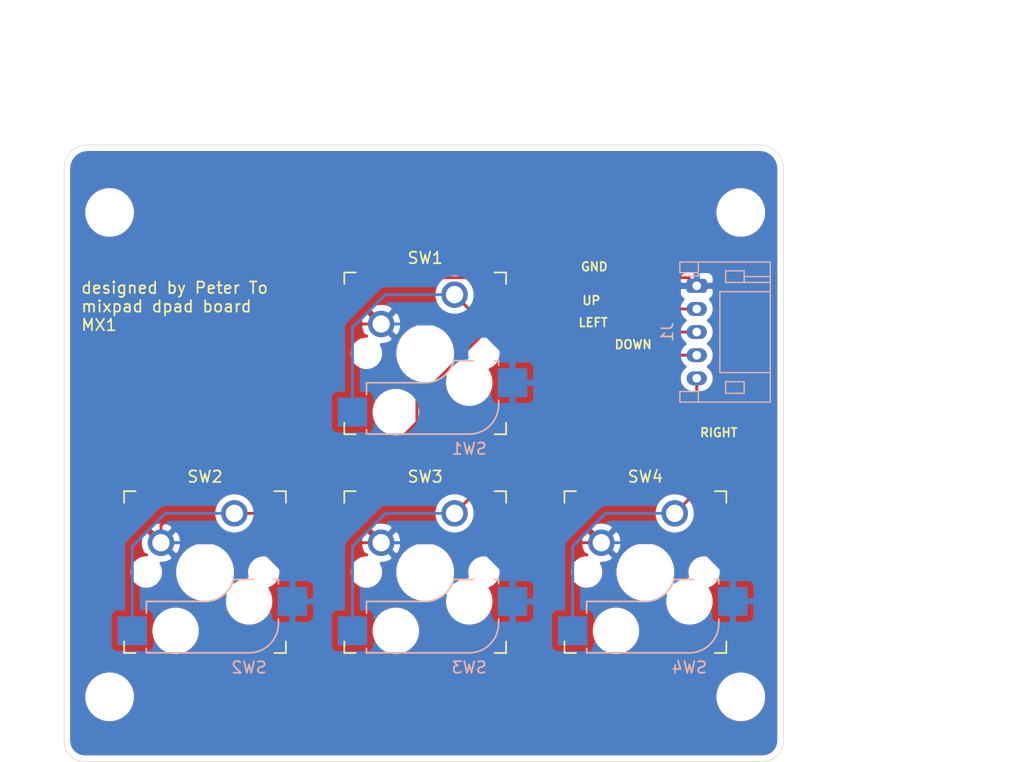
<source format=kicad_pcb>
(kicad_pcb (version 20171130) (host pcbnew "(5.1.12)-1")

  (general
    (thickness 1.6)
    (drawings 19)
    (tracks 45)
    (zones 0)
    (modules 9)
    (nets 6)
  )

  (page A4)
  (layers
    (0 F.Cu signal)
    (31 B.Cu signal)
    (32 B.Adhes user)
    (33 F.Adhes user)
    (34 B.Paste user)
    (35 F.Paste user)
    (36 B.SilkS user)
    (37 F.SilkS user)
    (38 B.Mask user)
    (39 F.Mask user)
    (40 Dwgs.User user)
    (41 Cmts.User user)
    (42 Eco1.User user)
    (43 Eco2.User user)
    (44 Edge.Cuts user)
    (45 Margin user)
    (46 B.CrtYd user)
    (47 F.CrtYd user)
    (48 B.Fab user)
    (49 F.Fab user)
  )

  (setup
    (last_trace_width 0.25)
    (trace_clearance 0.2)
    (zone_clearance 0.508)
    (zone_45_only no)
    (trace_min 0.2)
    (via_size 0.8)
    (via_drill 0.4)
    (via_min_size 0.4)
    (via_min_drill 0.3)
    (uvia_size 0.3)
    (uvia_drill 0.1)
    (uvias_allowed no)
    (uvia_min_size 0.2)
    (uvia_min_drill 0.1)
    (edge_width 0.05)
    (segment_width 0.2)
    (pcb_text_width 0.3)
    (pcb_text_size 1.5 1.5)
    (mod_edge_width 0.12)
    (mod_text_size 1 1)
    (mod_text_width 0.15)
    (pad_size 1.524 1.524)
    (pad_drill 0.762)
    (pad_to_mask_clearance 0)
    (aux_axis_origin 0 0)
    (visible_elements 7FFFFFFF)
    (pcbplotparams
      (layerselection 0x010fc_ffffffff)
      (usegerberextensions true)
      (usegerberattributes true)
      (usegerberadvancedattributes true)
      (creategerberjobfile true)
      (excludeedgelayer true)
      (linewidth 0.100000)
      (plotframeref false)
      (viasonmask false)
      (mode 1)
      (useauxorigin false)
      (hpglpennumber 1)
      (hpglpenspeed 20)
      (hpglpendiameter 15.000000)
      (psnegative false)
      (psa4output false)
      (plotreference true)
      (plotvalue true)
      (plotinvisibletext false)
      (padsonsilk false)
      (subtractmaskfromsilk false)
      (outputformat 1)
      (mirror false)
      (drillshape 0)
      (scaleselection 1)
      (outputdirectory "./"))
  )

  (net 0 "")
  (net 1 "Net-(J1-Pad2)")
  (net 2 "Net-(J1-Pad3)")
  (net 3 "Net-(J1-Pad4)")
  (net 4 "Net-(J1-Pad5)")
  (net 5 GND)

  (net_class Default "This is the default net class."
    (clearance 0.2)
    (trace_width 0.25)
    (via_dia 0.8)
    (via_drill 0.4)
    (uvia_dia 0.3)
    (uvia_drill 0.1)
    (add_net GND)
    (add_net "Net-(J1-Pad2)")
    (add_net "Net-(J1-Pad3)")
    (add_net "Net-(J1-Pad4)")
    (add_net "Net-(J1-Pad5)")
  )

  (module KeySwitches:Kailh_socket_MX_optional (layer F.Cu) (tedit 5DD4FC22) (tstamp 61CC9DAE)
    (at 134.62 100.965)
    (descr "MX-style keyswitch with support for optional Kailh socket")
    (tags MX,cherry,gateron,kailh,pg1511,socket)
    (path /61CABE32)
    (fp_text reference SW3 (at 0 -8.255) (layer F.SilkS)
      (effects (font (size 1 1) (thickness 0.15)))
    )
    (fp_text value SW_Push (at 0 8.255) (layer F.Fab)
      (effects (font (size 1 1) (thickness 0.15)))
    )
    (fp_line (start -7.62 6.35) (end -5.08 6.35) (layer B.Fab) (width 0.12))
    (fp_line (start -7.62 3.81) (end -7.62 6.35) (layer B.Fab) (width 0.12))
    (fp_line (start -5.08 3.81) (end -7.62 3.81) (layer B.Fab) (width 0.12))
    (fp_line (start 8.89 1.27) (end 6.35 1.27) (layer B.Fab) (width 0.12))
    (fp_line (start 8.89 3.81) (end 8.89 1.27) (layer B.Fab) (width 0.12))
    (fp_line (start 6.35 3.81) (end 8.89 3.81) (layer B.Fab) (width 0.12))
    (fp_line (start -5.08 6.985) (end 3.81 6.985) (layer B.Fab) (width 0.12))
    (fp_line (start -5.08 2.54) (end -5.08 6.985) (layer B.Fab) (width 0.12))
    (fp_line (start 0 2.54) (end -5.08 2.54) (layer B.Fab) (width 0.12))
    (fp_line (start 6.35 0.635) (end 2.54 0.635) (layer B.Fab) (width 0.12))
    (fp_line (start 6.35 4.445) (end 6.35 0.635) (layer B.Fab) (width 0.12))
    (fp_line (start -5.08 6.985) (end 3.81 6.985) (layer B.SilkS) (width 0.15))
    (fp_line (start -5.08 6.604) (end -5.08 6.985) (layer B.SilkS) (width 0.15))
    (fp_line (start -5.08 2.54) (end -5.08 3.556) (layer B.SilkS) (width 0.15))
    (fp_line (start 0 2.54) (end -5.08 2.54) (layer B.SilkS) (width 0.15))
    (fp_line (start 4.191 0.635) (end 2.54 0.635) (layer B.SilkS) (width 0.15))
    (fp_line (start 6.35 0.635) (end 5.969 0.635) (layer B.SilkS) (width 0.15))
    (fp_line (start 6.35 1.016) (end 6.35 0.635) (layer B.SilkS) (width 0.15))
    (fp_line (start 6.35 4.445) (end 6.35 4.064) (layer B.SilkS) (width 0.15))
    (fp_line (start -7.5 7.5) (end -7.5 -7.5) (layer F.Fab) (width 0.15))
    (fp_line (start 7.5 7.5) (end -7.5 7.5) (layer F.Fab) (width 0.15))
    (fp_line (start 7.5 -7.5) (end 7.5 7.5) (layer F.Fab) (width 0.15))
    (fp_line (start -7.5 -7.5) (end 7.5 -7.5) (layer F.Fab) (width 0.15))
    (fp_line (start -6.9 6.9) (end -6.9 -6.9) (layer Eco2.User) (width 0.15))
    (fp_line (start 6.9 -6.9) (end 6.9 6.9) (layer Eco2.User) (width 0.15))
    (fp_line (start 6.9 -6.9) (end -6.9 -6.9) (layer Eco2.User) (width 0.15))
    (fp_line (start -6.9 6.9) (end 6.9 6.9) (layer Eco2.User) (width 0.15))
    (fp_line (start 7 -7) (end 7 -6) (layer F.SilkS) (width 0.15))
    (fp_line (start 6 7) (end 7 7) (layer F.SilkS) (width 0.15))
    (fp_line (start 7 -7) (end 6 -7) (layer F.SilkS) (width 0.15))
    (fp_line (start 7 6) (end 7 7) (layer F.SilkS) (width 0.15))
    (fp_line (start -7 7) (end -7 6) (layer F.SilkS) (width 0.15))
    (fp_line (start -6 -7) (end -7 -7) (layer F.SilkS) (width 0.15))
    (fp_line (start -7 7) (end -6 7) (layer F.SilkS) (width 0.15))
    (fp_line (start -7 -6) (end -7 -7) (layer F.SilkS) (width 0.15))
    (fp_arc (start 3.81 4.445) (end 3.81 6.985) (angle -90) (layer B.SilkS) (width 0.15))
    (fp_arc (start 0 0) (end 0 2.54) (angle -75.96375653) (layer B.SilkS) (width 0.15))
    (fp_text user %R (at 0 0) (layer F.Fab)
      (effects (font (size 1 1) (thickness 0.15)))
    )
    (fp_text user %R (at 3.81 8.255) (layer B.SilkS)
      (effects (font (size 1 1) (thickness 0.15)) (justify mirror))
    )
    (fp_text user %R (at 1.905 5.08) (layer B.Fab)
      (effects (font (size 1 1) (thickness 0.15)) (justify mirror))
    )
    (fp_arc (start 3.81 4.445) (end 3.81 6.985) (angle -90) (layer B.Fab) (width 0.12))
    (fp_arc (start 0 0) (end 0 2.54) (angle -75.96375653) (layer B.Fab) (width 0.12))
    (fp_text user %V (at 0 8.255) (layer B.Fab)
      (effects (font (size 1 1) (thickness 0.15)) (justify mirror))
    )
    (pad 1 smd rect (at -6.29 5.08) (size 2.55 2.5) (layers B.Cu B.Paste B.Mask)
      (net 3 "Net-(J1-Pad4)"))
    (pad "" np_thru_hole circle (at -2.54 5.08) (size 3 3) (drill 3) (layers *.Cu *.Mask))
    (pad "" np_thru_hole circle (at 3.81 2.54) (size 3 3) (drill 3) (layers *.Cu *.Mask))
    (pad 1 thru_hole circle (at 2.54 -5.08) (size 2.286 2.286) (drill 1.4986) (layers *.Cu *.Mask)
      (net 3 "Net-(J1-Pad4)"))
    (pad "" np_thru_hole circle (at 0 0) (size 3.9878 3.9878) (drill 3.9878) (layers *.Cu *.Mask))
    (pad 2 thru_hole circle (at -3.81 -2.54) (size 2.286 2.286) (drill 1.4986) (layers *.Cu *.Mask)
      (net 5 GND))
    (pad "" np_thru_hole circle (at 5.08 0) (size 1.7018 1.7018) (drill 1.7018) (layers *.Cu *.Mask))
    (pad "" np_thru_hole circle (at -5.08 0) (size 1.7018 1.7018) (drill 1.7018) (layers *.Cu *.Mask))
    (pad 2 smd rect (at 7.56 2.54) (size 2.55 2.5) (layers B.Cu B.Paste B.Mask)
      (net 5 GND))
  )

  (module KeySwitches:Kailh_socket_MX_optional (layer F.Cu) (tedit 5DD4FC22) (tstamp 61CCD150)
    (at 134.62 82.042)
    (descr "MX-style keyswitch with support for optional Kailh socket")
    (tags MX,cherry,gateron,kailh,pg1511,socket)
    (path /61CAAB7D)
    (fp_text reference SW1 (at 0 -8.255) (layer F.SilkS)
      (effects (font (size 1 1) (thickness 0.15)))
    )
    (fp_text value SW_Push (at 0 8.255) (layer F.Fab)
      (effects (font (size 1 1) (thickness 0.15)))
    )
    (fp_line (start -7 -6) (end -7 -7) (layer F.SilkS) (width 0.15))
    (fp_line (start -7 7) (end -6 7) (layer F.SilkS) (width 0.15))
    (fp_line (start -6 -7) (end -7 -7) (layer F.SilkS) (width 0.15))
    (fp_line (start -7 7) (end -7 6) (layer F.SilkS) (width 0.15))
    (fp_line (start 7 6) (end 7 7) (layer F.SilkS) (width 0.15))
    (fp_line (start 7 -7) (end 6 -7) (layer F.SilkS) (width 0.15))
    (fp_line (start 6 7) (end 7 7) (layer F.SilkS) (width 0.15))
    (fp_line (start 7 -7) (end 7 -6) (layer F.SilkS) (width 0.15))
    (fp_line (start -6.9 6.9) (end 6.9 6.9) (layer Eco2.User) (width 0.15))
    (fp_line (start 6.9 -6.9) (end -6.9 -6.9) (layer Eco2.User) (width 0.15))
    (fp_line (start 6.9 -6.9) (end 6.9 6.9) (layer Eco2.User) (width 0.15))
    (fp_line (start -6.9 6.9) (end -6.9 -6.9) (layer Eco2.User) (width 0.15))
    (fp_line (start -7.5 -7.5) (end 7.5 -7.5) (layer F.Fab) (width 0.15))
    (fp_line (start 7.5 -7.5) (end 7.5 7.5) (layer F.Fab) (width 0.15))
    (fp_line (start 7.5 7.5) (end -7.5 7.5) (layer F.Fab) (width 0.15))
    (fp_line (start -7.5 7.5) (end -7.5 -7.5) (layer F.Fab) (width 0.15))
    (fp_line (start 6.35 4.445) (end 6.35 4.064) (layer B.SilkS) (width 0.15))
    (fp_line (start 6.35 1.016) (end 6.35 0.635) (layer B.SilkS) (width 0.15))
    (fp_line (start 6.35 0.635) (end 5.969 0.635) (layer B.SilkS) (width 0.15))
    (fp_line (start 4.191 0.635) (end 2.54 0.635) (layer B.SilkS) (width 0.15))
    (fp_line (start 0 2.54) (end -5.08 2.54) (layer B.SilkS) (width 0.15))
    (fp_line (start -5.08 2.54) (end -5.08 3.556) (layer B.SilkS) (width 0.15))
    (fp_line (start -5.08 6.604) (end -5.08 6.985) (layer B.SilkS) (width 0.15))
    (fp_line (start -5.08 6.985) (end 3.81 6.985) (layer B.SilkS) (width 0.15))
    (fp_line (start 6.35 4.445) (end 6.35 0.635) (layer B.Fab) (width 0.12))
    (fp_line (start 6.35 0.635) (end 2.54 0.635) (layer B.Fab) (width 0.12))
    (fp_line (start 0 2.54) (end -5.08 2.54) (layer B.Fab) (width 0.12))
    (fp_line (start -5.08 2.54) (end -5.08 6.985) (layer B.Fab) (width 0.12))
    (fp_line (start -5.08 6.985) (end 3.81 6.985) (layer B.Fab) (width 0.12))
    (fp_line (start 6.35 3.81) (end 8.89 3.81) (layer B.Fab) (width 0.12))
    (fp_line (start 8.89 3.81) (end 8.89 1.27) (layer B.Fab) (width 0.12))
    (fp_line (start 8.89 1.27) (end 6.35 1.27) (layer B.Fab) (width 0.12))
    (fp_line (start -5.08 3.81) (end -7.62 3.81) (layer B.Fab) (width 0.12))
    (fp_line (start -7.62 3.81) (end -7.62 6.35) (layer B.Fab) (width 0.12))
    (fp_line (start -7.62 6.35) (end -5.08 6.35) (layer B.Fab) (width 0.12))
    (fp_text user %V (at 0 8.255) (layer B.Fab)
      (effects (font (size 1 1) (thickness 0.15)) (justify mirror))
    )
    (fp_arc (start 0 0) (end 0 2.54) (angle -75.96375653) (layer B.Fab) (width 0.12))
    (fp_arc (start 3.81 4.445) (end 3.81 6.985) (angle -90) (layer B.Fab) (width 0.12))
    (fp_text user %R (at 1.905 5.08) (layer B.Fab)
      (effects (font (size 1 1) (thickness 0.15)) (justify mirror))
    )
    (fp_text user %R (at 3.81 8.255) (layer B.SilkS)
      (effects (font (size 1 1) (thickness 0.15)) (justify mirror))
    )
    (fp_text user %R (at 0 0) (layer F.Fab)
      (effects (font (size 1 1) (thickness 0.15)))
    )
    (fp_arc (start 0 0) (end 0 2.54) (angle -75.96375653) (layer B.SilkS) (width 0.15))
    (fp_arc (start 3.81 4.445) (end 3.81 6.985) (angle -90) (layer B.SilkS) (width 0.15))
    (pad 2 smd rect (at 7.56 2.54) (size 2.55 2.5) (layers B.Cu B.Paste B.Mask)
      (net 5 GND))
    (pad "" np_thru_hole circle (at -5.08 0) (size 1.7018 1.7018) (drill 1.7018) (layers *.Cu *.Mask))
    (pad "" np_thru_hole circle (at 5.08 0) (size 1.7018 1.7018) (drill 1.7018) (layers *.Cu *.Mask))
    (pad 2 thru_hole circle (at -3.81 -2.54) (size 2.286 2.286) (drill 1.4986) (layers *.Cu *.Mask)
      (net 5 GND))
    (pad "" np_thru_hole circle (at 0 0) (size 3.9878 3.9878) (drill 3.9878) (layers *.Cu *.Mask))
    (pad 1 thru_hole circle (at 2.54 -5.08) (size 2.286 2.286) (drill 1.4986) (layers *.Cu *.Mask)
      (net 1 "Net-(J1-Pad2)"))
    (pad "" np_thru_hole circle (at 3.81 2.54) (size 3 3) (drill 3) (layers *.Cu *.Mask))
    (pad "" np_thru_hole circle (at -2.54 5.08) (size 3 3) (drill 3) (layers *.Cu *.Mask))
    (pad 1 smd rect (at -6.29 5.08) (size 2.55 2.5) (layers B.Cu B.Paste B.Mask)
      (net 1 "Net-(J1-Pad2)"))
  )

  (module MountingHole:MountingHole_3.2mm_M3 (layer F.Cu) (tedit 56D1B4CB) (tstamp 61CCA13B)
    (at 107.315 69.85)
    (descr "Mounting Hole 3.2mm, no annular, M3")
    (tags "mounting hole 3.2mm no annular m3")
    (attr virtual)
    (fp_text reference REF** (at 0 -4.2) (layer F.SilkS) hide
      (effects (font (size 1 1) (thickness 0.15)))
    )
    (fp_text value MountingHole_3.2mm_M3 (at 0 4.2) (layer F.Fab)
      (effects (font (size 1 1) (thickness 0.15)))
    )
    (fp_circle (center 0 0) (end 3.2 0) (layer Cmts.User) (width 0.15))
    (fp_circle (center 0 0) (end 3.45 0) (layer F.CrtYd) (width 0.05))
    (fp_text user %R (at 0.3 0) (layer F.Fab)
      (effects (font (size 1 1) (thickness 0.15)))
    )
    (pad 1 np_thru_hole circle (at 0 0) (size 3.2 3.2) (drill 3.2) (layers *.Cu *.Mask))
  )

  (module MountingHole:MountingHole_3.2mm_M3 (layer F.Cu) (tedit 56D1B4CB) (tstamp 61CB395E)
    (at 161.925 111.76)
    (descr "Mounting Hole 3.2mm, no annular, M3")
    (tags "mounting hole 3.2mm no annular m3")
    (attr virtual)
    (fp_text reference REF** (at 0 -4.2) (layer F.SilkS) hide
      (effects (font (size 1 1) (thickness 0.15)))
    )
    (fp_text value MountingHole_3.2mm_M3 (at 0 4.2) (layer F.Fab)
      (effects (font (size 1 1) (thickness 0.15)))
    )
    (fp_circle (center 0 0) (end 3.2 0) (layer Cmts.User) (width 0.15))
    (fp_circle (center 0 0) (end 3.45 0) (layer F.CrtYd) (width 0.05))
    (fp_text user %R (at 0.3 0) (layer F.Fab)
      (effects (font (size 1 1) (thickness 0.15)))
    )
    (pad 1 np_thru_hole circle (at 0 0) (size 3.2 3.2) (drill 3.2) (layers *.Cu *.Mask))
  )

  (module MountingHole:MountingHole_3.2mm_M3 (layer F.Cu) (tedit 56D1B4CB) (tstamp 61CB3A1F)
    (at 161.925 69.85)
    (descr "Mounting Hole 3.2mm, no annular, M3")
    (tags "mounting hole 3.2mm no annular m3")
    (attr virtual)
    (fp_text reference REF** (at 0 -4.2) (layer F.SilkS) hide
      (effects (font (size 1 1) (thickness 0.15)))
    )
    (fp_text value MountingHole_3.2mm_M3 (at 0 4.2) (layer F.Fab)
      (effects (font (size 1 1) (thickness 0.15)))
    )
    (fp_circle (center 0 0) (end 3.2 0) (layer Cmts.User) (width 0.15))
    (fp_circle (center 0 0) (end 3.45 0) (layer F.CrtYd) (width 0.05))
    (fp_text user %R (at 0.3 0) (layer F.Fab)
      (effects (font (size 1 1) (thickness 0.15)))
    )
    (pad 1 np_thru_hole circle (at 0 0) (size 3.2 3.2) (drill 3.2) (layers *.Cu *.Mask))
  )

  (module MountingHole:MountingHole_3.2mm_M3 (layer F.Cu) (tedit 56D1B4CB) (tstamp 61CCA081)
    (at 107.315 111.76)
    (descr "Mounting Hole 3.2mm, no annular, M3")
    (tags "mounting hole 3.2mm no annular m3")
    (attr virtual)
    (fp_text reference REF** (at 0 -4.2) (layer F.SilkS) hide
      (effects (font (size 1 1) (thickness 0.15)))
    )
    (fp_text value MountingHole_3.2mm_M3 (at 0 4.2) (layer F.Fab)
      (effects (font (size 1 1) (thickness 0.15)))
    )
    (fp_circle (center 0 0) (end 3.2 0) (layer Cmts.User) (width 0.15))
    (fp_circle (center 0 0) (end 3.45 0) (layer F.CrtYd) (width 0.05))
    (fp_text user %R (at 0.3 0) (layer F.Fab)
      (effects (font (size 1 1) (thickness 0.15)))
    )
    (pad 1 np_thru_hole circle (at 0 0) (size 3.2 3.2) (drill 3.2) (layers *.Cu *.Mask))
  )

  (module Connector_JST:JST_PH_S5B-PH-K_1x05_P2.00mm_Horizontal (layer B.Cu) (tedit 5B7745C6) (tstamp 61CB3AD7)
    (at 158.115 76.2 270)
    (descr "JST PH series connector, S5B-PH-K (http://www.jst-mfg.com/product/pdf/eng/ePH.pdf), generated with kicad-footprint-generator")
    (tags "connector JST PH top entry")
    (path /61CB2A07)
    (fp_text reference J1 (at 4 2.55 270) (layer B.SilkS)
      (effects (font (size 1 1) (thickness 0.15)) (justify mirror))
    )
    (fp_text value Conn_01x05 (at 4 -7.45 270) (layer B.Fab)
      (effects (font (size 1 1) (thickness 0.15)) (justify mirror))
    )
    (fp_line (start -0.86 -0.14) (end -1.14 -0.14) (layer B.SilkS) (width 0.12))
    (fp_line (start -1.14 -0.14) (end -1.14 1.46) (layer B.SilkS) (width 0.12))
    (fp_line (start -1.14 1.46) (end -2.06 1.46) (layer B.SilkS) (width 0.12))
    (fp_line (start -2.06 1.46) (end -2.06 -6.36) (layer B.SilkS) (width 0.12))
    (fp_line (start -2.06 -6.36) (end 10.06 -6.36) (layer B.SilkS) (width 0.12))
    (fp_line (start 10.06 -6.36) (end 10.06 1.46) (layer B.SilkS) (width 0.12))
    (fp_line (start 10.06 1.46) (end 9.14 1.46) (layer B.SilkS) (width 0.12))
    (fp_line (start 9.14 1.46) (end 9.14 -0.14) (layer B.SilkS) (width 0.12))
    (fp_line (start 9.14 -0.14) (end 8.86 -0.14) (layer B.SilkS) (width 0.12))
    (fp_line (start 0.5 -6.36) (end 0.5 -2) (layer B.SilkS) (width 0.12))
    (fp_line (start 0.5 -2) (end 7.5 -2) (layer B.SilkS) (width 0.12))
    (fp_line (start 7.5 -2) (end 7.5 -6.36) (layer B.SilkS) (width 0.12))
    (fp_line (start -2.06 -0.14) (end -1.14 -0.14) (layer B.SilkS) (width 0.12))
    (fp_line (start 10.06 -0.14) (end 9.14 -0.14) (layer B.SilkS) (width 0.12))
    (fp_line (start -1.3 -2.5) (end -1.3 -4.1) (layer B.SilkS) (width 0.12))
    (fp_line (start -1.3 -4.1) (end -0.3 -4.1) (layer B.SilkS) (width 0.12))
    (fp_line (start -0.3 -4.1) (end -0.3 -2.5) (layer B.SilkS) (width 0.12))
    (fp_line (start -0.3 -2.5) (end -1.3 -2.5) (layer B.SilkS) (width 0.12))
    (fp_line (start 9.3 -2.5) (end 9.3 -4.1) (layer B.SilkS) (width 0.12))
    (fp_line (start 9.3 -4.1) (end 8.3 -4.1) (layer B.SilkS) (width 0.12))
    (fp_line (start 8.3 -4.1) (end 8.3 -2.5) (layer B.SilkS) (width 0.12))
    (fp_line (start 8.3 -2.5) (end 9.3 -2.5) (layer B.SilkS) (width 0.12))
    (fp_line (start -0.3 -4.1) (end -0.3 -6.36) (layer B.SilkS) (width 0.12))
    (fp_line (start -0.8 -4.1) (end -0.8 -6.36) (layer B.SilkS) (width 0.12))
    (fp_line (start -2.45 1.85) (end -2.45 -6.75) (layer B.CrtYd) (width 0.05))
    (fp_line (start -2.45 -6.75) (end 10.45 -6.75) (layer B.CrtYd) (width 0.05))
    (fp_line (start 10.45 -6.75) (end 10.45 1.85) (layer B.CrtYd) (width 0.05))
    (fp_line (start 10.45 1.85) (end -2.45 1.85) (layer B.CrtYd) (width 0.05))
    (fp_line (start -1.25 -0.25) (end -1.25 1.35) (layer B.Fab) (width 0.1))
    (fp_line (start -1.25 1.35) (end -1.95 1.35) (layer B.Fab) (width 0.1))
    (fp_line (start -1.95 1.35) (end -1.95 -6.25) (layer B.Fab) (width 0.1))
    (fp_line (start -1.95 -6.25) (end 9.95 -6.25) (layer B.Fab) (width 0.1))
    (fp_line (start 9.95 -6.25) (end 9.95 1.35) (layer B.Fab) (width 0.1))
    (fp_line (start 9.95 1.35) (end 9.25 1.35) (layer B.Fab) (width 0.1))
    (fp_line (start 9.25 1.35) (end 9.25 -0.25) (layer B.Fab) (width 0.1))
    (fp_line (start 9.25 -0.25) (end -1.25 -0.25) (layer B.Fab) (width 0.1))
    (fp_line (start -0.86 -0.14) (end -0.86 1.075) (layer B.SilkS) (width 0.12))
    (fp_line (start 0 -0.875) (end -0.5 -1.375) (layer B.Fab) (width 0.1))
    (fp_line (start -0.5 -1.375) (end 0.5 -1.375) (layer B.Fab) (width 0.1))
    (fp_line (start 0.5 -1.375) (end 0 -0.875) (layer B.Fab) (width 0.1))
    (fp_text user %R (at 4 -2.5 270) (layer B.Fab)
      (effects (font (size 1 1) (thickness 0.15)) (justify mirror))
    )
    (pad 1 thru_hole roundrect (at 0 0 270) (size 1.2 1.75) (drill 0.75) (layers *.Cu *.Mask) (roundrect_rratio 0.2083325)
      (net 5 GND))
    (pad 2 thru_hole oval (at 2 0 270) (size 1.2 1.75) (drill 0.75) (layers *.Cu *.Mask)
      (net 1 "Net-(J1-Pad2)"))
    (pad 3 thru_hole oval (at 4 0 270) (size 1.2 1.75) (drill 0.75) (layers *.Cu *.Mask)
      (net 2 "Net-(J1-Pad3)"))
    (pad 4 thru_hole oval (at 6 0 270) (size 1.2 1.75) (drill 0.75) (layers *.Cu *.Mask)
      (net 3 "Net-(J1-Pad4)"))
    (pad 5 thru_hole oval (at 8 0 270) (size 1.2 1.75) (drill 0.75) (layers *.Cu *.Mask)
      (net 4 "Net-(J1-Pad5)"))
    (model ${KISYS3DMOD}/Connector_JST.3dshapes/JST_PH_S5B-PH-K_1x05_P2.00mm_Horizontal.wrl
      (at (xyz 0 0 0))
      (scale (xyz 1 1 1))
      (rotate (xyz 0 0 0))
    )
  )

  (module KeySwitches:Kailh_socket_MX_optional (layer F.Cu) (tedit 5DD4FC22) (tstamp 61CCD342)
    (at 115.57 100.965)
    (descr "MX-style keyswitch with support for optional Kailh socket")
    (tags MX,cherry,gateron,kailh,pg1511,socket)
    (path /61CAE20D)
    (fp_text reference SW2 (at 0 -8.255) (layer F.SilkS)
      (effects (font (size 1 1) (thickness 0.15)))
    )
    (fp_text value SW_Push (at 0 8.255) (layer F.Fab)
      (effects (font (size 1 1) (thickness 0.15)))
    )
    (fp_line (start -7.62 6.35) (end -5.08 6.35) (layer B.Fab) (width 0.12))
    (fp_line (start -7.62 3.81) (end -7.62 6.35) (layer B.Fab) (width 0.12))
    (fp_line (start -5.08 3.81) (end -7.62 3.81) (layer B.Fab) (width 0.12))
    (fp_line (start 8.89 1.27) (end 6.35 1.27) (layer B.Fab) (width 0.12))
    (fp_line (start 8.89 3.81) (end 8.89 1.27) (layer B.Fab) (width 0.12))
    (fp_line (start 6.35 3.81) (end 8.89 3.81) (layer B.Fab) (width 0.12))
    (fp_line (start -5.08 6.985) (end 3.81 6.985) (layer B.Fab) (width 0.12))
    (fp_line (start -5.08 2.54) (end -5.08 6.985) (layer B.Fab) (width 0.12))
    (fp_line (start 0 2.54) (end -5.08 2.54) (layer B.Fab) (width 0.12))
    (fp_line (start 6.35 0.635) (end 2.54 0.635) (layer B.Fab) (width 0.12))
    (fp_line (start 6.35 4.445) (end 6.35 0.635) (layer B.Fab) (width 0.12))
    (fp_line (start -5.08 6.985) (end 3.81 6.985) (layer B.SilkS) (width 0.15))
    (fp_line (start -5.08 6.604) (end -5.08 6.985) (layer B.SilkS) (width 0.15))
    (fp_line (start -5.08 2.54) (end -5.08 3.556) (layer B.SilkS) (width 0.15))
    (fp_line (start 0 2.54) (end -5.08 2.54) (layer B.SilkS) (width 0.15))
    (fp_line (start 4.191 0.635) (end 2.54 0.635) (layer B.SilkS) (width 0.15))
    (fp_line (start 6.35 0.635) (end 5.969 0.635) (layer B.SilkS) (width 0.15))
    (fp_line (start 6.35 1.016) (end 6.35 0.635) (layer B.SilkS) (width 0.15))
    (fp_line (start 6.35 4.445) (end 6.35 4.064) (layer B.SilkS) (width 0.15))
    (fp_line (start -7.5 7.5) (end -7.5 -7.5) (layer F.Fab) (width 0.15))
    (fp_line (start 7.5 7.5) (end -7.5 7.5) (layer F.Fab) (width 0.15))
    (fp_line (start 7.5 -7.5) (end 7.5 7.5) (layer F.Fab) (width 0.15))
    (fp_line (start -7.5 -7.5) (end 7.5 -7.5) (layer F.Fab) (width 0.15))
    (fp_line (start -6.9 6.9) (end -6.9 -6.9) (layer Eco2.User) (width 0.15))
    (fp_line (start 6.9 -6.9) (end 6.9 6.9) (layer Eco2.User) (width 0.15))
    (fp_line (start 6.9 -6.9) (end -6.9 -6.9) (layer Eco2.User) (width 0.15))
    (fp_line (start -6.9 6.9) (end 6.9 6.9) (layer Eco2.User) (width 0.15))
    (fp_line (start 7 -7) (end 7 -6) (layer F.SilkS) (width 0.15))
    (fp_line (start 6 7) (end 7 7) (layer F.SilkS) (width 0.15))
    (fp_line (start 7 -7) (end 6 -7) (layer F.SilkS) (width 0.15))
    (fp_line (start 7 6) (end 7 7) (layer F.SilkS) (width 0.15))
    (fp_line (start -7 7) (end -7 6) (layer F.SilkS) (width 0.15))
    (fp_line (start -6 -7) (end -7 -7) (layer F.SilkS) (width 0.15))
    (fp_line (start -7 7) (end -6 7) (layer F.SilkS) (width 0.15))
    (fp_line (start -7 -6) (end -7 -7) (layer F.SilkS) (width 0.15))
    (fp_arc (start 3.81 4.445) (end 3.81 6.985) (angle -90) (layer B.SilkS) (width 0.15))
    (fp_arc (start 0 0) (end 0 2.54) (angle -75.96375653) (layer B.SilkS) (width 0.15))
    (fp_text user %R (at 0 0) (layer F.Fab)
      (effects (font (size 1 1) (thickness 0.15)))
    )
    (fp_text user %R (at 3.81 8.255) (layer B.SilkS)
      (effects (font (size 1 1) (thickness 0.15)) (justify mirror))
    )
    (fp_text user %R (at 1.905 5.08) (layer B.Fab)
      (effects (font (size 1 1) (thickness 0.15)) (justify mirror))
    )
    (fp_arc (start 3.81 4.445) (end 3.81 6.985) (angle -90) (layer B.Fab) (width 0.12))
    (fp_arc (start 0 0) (end 0 2.54) (angle -75.96375653) (layer B.Fab) (width 0.12))
    (fp_text user %V (at 0 8.255) (layer B.Fab)
      (effects (font (size 1 1) (thickness 0.15)) (justify mirror))
    )
    (pad 1 smd rect (at -6.29 5.08) (size 2.55 2.5) (layers B.Cu B.Paste B.Mask)
      (net 2 "Net-(J1-Pad3)"))
    (pad "" np_thru_hole circle (at -2.54 5.08) (size 3 3) (drill 3) (layers *.Cu *.Mask))
    (pad "" np_thru_hole circle (at 3.81 2.54) (size 3 3) (drill 3) (layers *.Cu *.Mask))
    (pad 1 thru_hole circle (at 2.54 -5.08) (size 2.286 2.286) (drill 1.4986) (layers *.Cu *.Mask)
      (net 2 "Net-(J1-Pad3)"))
    (pad "" np_thru_hole circle (at 0 0) (size 3.9878 3.9878) (drill 3.9878) (layers *.Cu *.Mask))
    (pad 2 thru_hole circle (at -3.81 -2.54) (size 2.286 2.286) (drill 1.4986) (layers *.Cu *.Mask)
      (net 5 GND))
    (pad "" np_thru_hole circle (at 5.08 0) (size 1.7018 1.7018) (drill 1.7018) (layers *.Cu *.Mask))
    (pad "" np_thru_hole circle (at -5.08 0) (size 1.7018 1.7018) (drill 1.7018) (layers *.Cu *.Mask))
    (pad 2 smd rect (at 7.56 2.54) (size 2.55 2.5) (layers B.Cu B.Paste B.Mask)
      (net 5 GND))
  )

  (module KeySwitches:Kailh_socket_MX_optional (layer F.Cu) (tedit 5DD4FC22) (tstamp 61CCD4C3)
    (at 153.67 100.965)
    (descr "MX-style keyswitch with support for optional Kailh socket")
    (tags MX,cherry,gateron,kailh,pg1511,socket)
    (path /61CAEE22)
    (fp_text reference SW4 (at 0 -8.255) (layer F.SilkS)
      (effects (font (size 1 1) (thickness 0.15)))
    )
    (fp_text value SW_Push (at 0 8.255) (layer F.Fab)
      (effects (font (size 1 1) (thickness 0.15)))
    )
    (fp_line (start -7 -6) (end -7 -7) (layer F.SilkS) (width 0.15))
    (fp_line (start -7 7) (end -6 7) (layer F.SilkS) (width 0.15))
    (fp_line (start -6 -7) (end -7 -7) (layer F.SilkS) (width 0.15))
    (fp_line (start -7 7) (end -7 6) (layer F.SilkS) (width 0.15))
    (fp_line (start 7 6) (end 7 7) (layer F.SilkS) (width 0.15))
    (fp_line (start 7 -7) (end 6 -7) (layer F.SilkS) (width 0.15))
    (fp_line (start 6 7) (end 7 7) (layer F.SilkS) (width 0.15))
    (fp_line (start 7 -7) (end 7 -6) (layer F.SilkS) (width 0.15))
    (fp_line (start -6.9 6.9) (end 6.9 6.9) (layer Eco2.User) (width 0.15))
    (fp_line (start 6.9 -6.9) (end -6.9 -6.9) (layer Eco2.User) (width 0.15))
    (fp_line (start 6.9 -6.9) (end 6.9 6.9) (layer Eco2.User) (width 0.15))
    (fp_line (start -6.9 6.9) (end -6.9 -6.9) (layer Eco2.User) (width 0.15))
    (fp_line (start -7.5 -7.5) (end 7.5 -7.5) (layer F.Fab) (width 0.15))
    (fp_line (start 7.5 -7.5) (end 7.5 7.5) (layer F.Fab) (width 0.15))
    (fp_line (start 7.5 7.5) (end -7.5 7.5) (layer F.Fab) (width 0.15))
    (fp_line (start -7.5 7.5) (end -7.5 -7.5) (layer F.Fab) (width 0.15))
    (fp_line (start 6.35 4.445) (end 6.35 4.064) (layer B.SilkS) (width 0.15))
    (fp_line (start 6.35 1.016) (end 6.35 0.635) (layer B.SilkS) (width 0.15))
    (fp_line (start 6.35 0.635) (end 5.969 0.635) (layer B.SilkS) (width 0.15))
    (fp_line (start 4.191 0.635) (end 2.54 0.635) (layer B.SilkS) (width 0.15))
    (fp_line (start 0 2.54) (end -5.08 2.54) (layer B.SilkS) (width 0.15))
    (fp_line (start -5.08 2.54) (end -5.08 3.556) (layer B.SilkS) (width 0.15))
    (fp_line (start -5.08 6.604) (end -5.08 6.985) (layer B.SilkS) (width 0.15))
    (fp_line (start -5.08 6.985) (end 3.81 6.985) (layer B.SilkS) (width 0.15))
    (fp_line (start 6.35 4.445) (end 6.35 0.635) (layer B.Fab) (width 0.12))
    (fp_line (start 6.35 0.635) (end 2.54 0.635) (layer B.Fab) (width 0.12))
    (fp_line (start 0 2.54) (end -5.08 2.54) (layer B.Fab) (width 0.12))
    (fp_line (start -5.08 2.54) (end -5.08 6.985) (layer B.Fab) (width 0.12))
    (fp_line (start -5.08 6.985) (end 3.81 6.985) (layer B.Fab) (width 0.12))
    (fp_line (start 6.35 3.81) (end 8.89 3.81) (layer B.Fab) (width 0.12))
    (fp_line (start 8.89 3.81) (end 8.89 1.27) (layer B.Fab) (width 0.12))
    (fp_line (start 8.89 1.27) (end 6.35 1.27) (layer B.Fab) (width 0.12))
    (fp_line (start -5.08 3.81) (end -7.62 3.81) (layer B.Fab) (width 0.12))
    (fp_line (start -7.62 3.81) (end -7.62 6.35) (layer B.Fab) (width 0.12))
    (fp_line (start -7.62 6.35) (end -5.08 6.35) (layer B.Fab) (width 0.12))
    (fp_text user %V (at 0 8.255) (layer B.Fab)
      (effects (font (size 1 1) (thickness 0.15)) (justify mirror))
    )
    (fp_arc (start 0 0) (end 0 2.54) (angle -75.96375653) (layer B.Fab) (width 0.12))
    (fp_arc (start 3.81 4.445) (end 3.81 6.985) (angle -90) (layer B.Fab) (width 0.12))
    (fp_text user %R (at 1.905 5.08) (layer B.Fab)
      (effects (font (size 1 1) (thickness 0.15)) (justify mirror))
    )
    (fp_text user %R (at 3.81 8.255) (layer B.SilkS)
      (effects (font (size 1 1) (thickness 0.15)) (justify mirror))
    )
    (fp_text user %R (at 0 0) (layer F.Fab)
      (effects (font (size 1 1) (thickness 0.15)))
    )
    (fp_arc (start 0 0) (end 0 2.54) (angle -75.96375653) (layer B.SilkS) (width 0.15))
    (fp_arc (start 3.81 4.445) (end 3.81 6.985) (angle -90) (layer B.SilkS) (width 0.15))
    (pad 2 smd rect (at 7.56 2.54) (size 2.55 2.5) (layers B.Cu B.Paste B.Mask)
      (net 5 GND))
    (pad "" np_thru_hole circle (at -5.08 0) (size 1.7018 1.7018) (drill 1.7018) (layers *.Cu *.Mask))
    (pad "" np_thru_hole circle (at 5.08 0) (size 1.7018 1.7018) (drill 1.7018) (layers *.Cu *.Mask))
    (pad 2 thru_hole circle (at -3.81 -2.54) (size 2.286 2.286) (drill 1.4986) (layers *.Cu *.Mask)
      (net 5 GND))
    (pad "" np_thru_hole circle (at 0 0) (size 3.9878 3.9878) (drill 3.9878) (layers *.Cu *.Mask))
    (pad 1 thru_hole circle (at 2.54 -5.08) (size 2.286 2.286) (drill 1.4986) (layers *.Cu *.Mask)
      (net 4 "Net-(J1-Pad5)"))
    (pad "" np_thru_hole circle (at 3.81 2.54) (size 3 3) (drill 3) (layers *.Cu *.Mask))
    (pad "" np_thru_hole circle (at -2.54 5.08) (size 3 3) (drill 3) (layers *.Cu *.Mask))
    (pad 1 smd rect (at -6.29 5.08) (size 2.55 2.5) (layers B.Cu B.Paste B.Mask)
      (net 4 "Net-(J1-Pad5)"))
  )

  (dimension 41.91 (width 0.15) (layer Dwgs.User)
    (gr_text "41.910 mm" (at 175.417 90.805 270) (layer Dwgs.User)
      (effects (font (size 1 1) (thickness 0.15)))
    )
    (feature1 (pts (xy 161.925 111.76) (xy 174.703421 111.76)))
    (feature2 (pts (xy 161.925 69.85) (xy 174.703421 69.85)))
    (crossbar (pts (xy 174.117 69.85) (xy 174.117 111.76)))
    (arrow1a (pts (xy 174.117 111.76) (xy 173.530579 110.633496)))
    (arrow1b (pts (xy 174.117 111.76) (xy 174.703421 110.633496)))
    (arrow2a (pts (xy 174.117 69.85) (xy 173.530579 70.976504)))
    (arrow2b (pts (xy 174.117 69.85) (xy 174.703421 70.976504)))
  )
  (dimension 54.61 (width 0.15) (layer Dwgs.User)
    (gr_text "54.610 mm" (at 134.62 58.263) (layer Dwgs.User)
      (effects (font (size 1 1) (thickness 0.15)))
    )
    (feature1 (pts (xy 161.925 69.85) (xy 161.925 58.976579)))
    (feature2 (pts (xy 107.315 69.85) (xy 107.315 58.976579)))
    (crossbar (pts (xy 107.315 59.563) (xy 161.925 59.563)))
    (arrow1a (pts (xy 161.925 59.563) (xy 160.798496 60.149421)))
    (arrow1b (pts (xy 161.925 59.563) (xy 160.798496 58.976579)))
    (arrow2a (pts (xy 107.315 59.563) (xy 108.441504 60.149421)))
    (arrow2b (pts (xy 107.315 59.563) (xy 108.441504 58.976579)))
  )
  (dimension 62.23 (width 0.15) (layer Dwgs.User)
    (gr_text "62.230 mm" (at 134.493 52.167) (layer Dwgs.User)
      (effects (font (size 1 1) (thickness 0.15)))
    )
    (feature1 (pts (xy 103.378 73.406) (xy 103.378 52.880579)))
    (feature2 (pts (xy 165.608 73.406) (xy 165.608 52.880579)))
    (crossbar (pts (xy 165.608 53.467) (xy 103.378 53.467)))
    (arrow1a (pts (xy 103.378 53.467) (xy 104.504504 52.880579)))
    (arrow1b (pts (xy 103.378 53.467) (xy 104.504504 54.053421)))
    (arrow2a (pts (xy 165.608 53.467) (xy 164.481496 52.880579)))
    (arrow2b (pts (xy 165.608 53.467) (xy 164.481496 54.053421)))
  )
  (dimension 53.34 (width 0.15) (layer Dwgs.User)
    (gr_text "53.340 mm" (at 185.069 90.678 270) (layer Dwgs.User)
      (effects (font (size 1 1) (thickness 0.15)))
    )
    (feature1 (pts (xy 146.304 117.348) (xy 184.355421 117.348)))
    (feature2 (pts (xy 146.304 64.008) (xy 184.355421 64.008)))
    (crossbar (pts (xy 183.769 64.008) (xy 183.769 117.348)))
    (arrow1a (pts (xy 183.769 117.348) (xy 183.182579 116.221496)))
    (arrow1b (pts (xy 183.769 117.348) (xy 184.355421 116.221496)))
    (arrow2a (pts (xy 183.769 64.008) (xy 183.182579 65.134504)))
    (arrow2b (pts (xy 183.769 64.008) (xy 184.355421 65.134504)))
  )
  (gr_arc (start 163.83 115.57) (end 163.83 117.348) (angle -90) (layer Edge.Cuts) (width 0.05))
  (gr_line (start 163.576 117.348) (end 163.83 117.348) (layer Edge.Cuts) (width 0.05))
  (gr_arc (start 105.156 115.57) (end 103.378 115.57) (angle -90) (layer Edge.Cuts) (width 0.05))
  (gr_arc (start 105.41 66.04) (end 105.41 64.008) (angle -90) (layer Edge.Cuts) (width 0.05))
  (gr_line (start 105.156 117.348) (end 163.576 117.348) (layer Edge.Cuts) (width 0.05))
  (gr_line (start 103.378 66.04) (end 103.378 115.57) (layer Edge.Cuts) (width 0.05))
  (gr_line (start 163.576 64.008) (end 105.41 64.008) (layer Edge.Cuts) (width 0.05))
  (gr_arc (start 163.576 66.04) (end 165.608 66.04) (angle -90) (layer Edge.Cuts) (width 0.05))
  (gr_line (start 165.608 115.57) (end 165.608 66.04) (layer Edge.Cuts) (width 0.05))
  (gr_text "designed by Peter To\nmixpad dpad board\nMX1\n" (at 104.775 77.978) (layer F.SilkS)
    (effects (font (size 1 1) (thickness 0.15)) (justify left))
  )
  (gr_text GND (at 150.495 74.549) (layer F.SilkS)
    (effects (font (size 0.75 0.75) (thickness 0.15)) (justify right))
  )
  (gr_text RIGHT (at 160.02 88.9) (layer F.SilkS)
    (effects (font (size 0.75 0.75) (thickness 0.15)))
  )
  (gr_text DOWN (at 154.305 81.28) (layer F.SilkS)
    (effects (font (size 0.75 0.75) (thickness 0.15)) (justify right))
  )
  (gr_text LEFT (at 150.495 79.375) (layer F.SilkS)
    (effects (font (size 0.75 0.75) (thickness 0.15)) (justify right))
  )
  (gr_text UP (at 149.86 77.47) (layer F.SilkS)
    (effects (font (size 0.75 0.75) (thickness 0.15)) (justify right))
  )

  (segment (start 138.398 78.2) (end 137.16 76.962) (width 0.25) (layer F.Cu) (net 1))
  (segment (start 158.115 78.2) (end 138.398 78.2) (width 0.25) (layer F.Cu) (net 1))
  (segment (start 128.33 79.809358) (end 128.33 87.122) (width 0.25) (layer B.Cu) (net 1))
  (segment (start 131.177358 76.962) (end 128.33 79.809358) (width 0.25) (layer B.Cu) (net 1))
  (segment (start 137.16 76.962) (end 131.177358 76.962) (width 0.25) (layer B.Cu) (net 1))
  (segment (start 126.018002 95.885) (end 118.11 95.885) (width 0.25) (layer F.Cu) (net 2))
  (segment (start 133.905001 87.998001) (end 126.018002 95.885) (width 0.25) (layer F.Cu) (net 2))
  (segment (start 133.905001 86.096665) (end 133.905001 87.998001) (width 0.25) (layer F.Cu) (net 2))
  (segment (start 139.801666 80.2) (end 133.905001 86.096665) (width 0.25) (layer F.Cu) (net 2))
  (segment (start 158.115 80.2) (end 139.801666 80.2) (width 0.25) (layer F.Cu) (net 2))
  (segment (start 109.28 98.732358) (end 109.28 106.045) (width 0.25) (layer B.Cu) (net 2))
  (segment (start 112.127358 95.885) (end 109.28 98.732358) (width 0.25) (layer B.Cu) (net 2))
  (segment (start 118.11 95.885) (end 112.127358 95.885) (width 0.25) (layer B.Cu) (net 2))
  (segment (start 157.48 82.55) (end 157.48 82.295) (width 0.25) (layer F.Cu) (net 3))
  (segment (start 150.845 82.2) (end 137.16 95.885) (width 0.25) (layer F.Cu) (net 3))
  (segment (start 158.115 82.2) (end 150.845 82.2) (width 0.25) (layer F.Cu) (net 3))
  (segment (start 128.33 98.732358) (end 128.33 106.045) (width 0.25) (layer B.Cu) (net 3))
  (segment (start 131.177358 95.885) (end 128.33 98.732358) (width 0.25) (layer B.Cu) (net 3))
  (segment (start 137.16 95.885) (end 131.177358 95.885) (width 0.25) (layer B.Cu) (net 3))
  (segment (start 158.115 93.98) (end 156.21 95.885) (width 0.25) (layer F.Cu) (net 4))
  (segment (start 158.115 84.2) (end 158.115 93.98) (width 0.25) (layer F.Cu) (net 4))
  (segment (start 147.38 98.732358) (end 147.38 106.045) (width 0.25) (layer B.Cu) (net 4))
  (segment (start 150.227358 95.885) (end 147.38 98.732358) (width 0.25) (layer B.Cu) (net 4))
  (segment (start 156.21 95.885) (end 150.227358 95.885) (width 0.25) (layer B.Cu) (net 4))
  (segment (start 158.21141 76.2) (end 158.115 76.2) (width 0.25) (layer F.Cu) (net 5))
  (segment (start 158.56501 75.8464) (end 158.21141 76.2) (width 0.25) (layer F.Cu) (net 5))
  (segment (start 134.818001 75.493999) (end 130.81 79.502) (width 0.25) (layer F.Cu) (net 5))
  (segment (start 157.408999 75.493999) (end 134.818001 75.493999) (width 0.25) (layer F.Cu) (net 5))
  (segment (start 158.115 76.2) (end 157.408999 75.493999) (width 0.25) (layer F.Cu) (net 5))
  (segment (start 111.76 96.935554) (end 111.76 98.425) (width 0.25) (layer F.Cu) (net 5))
  (segment (start 129.193554 79.502) (end 111.76 96.935554) (width 0.25) (layer F.Cu) (net 5))
  (segment (start 130.81 79.502) (end 129.193554 79.502) (width 0.25) (layer F.Cu) (net 5))
  (segment (start 111.76 98.425) (end 149.86 98.425) (width 0.25) (layer F.Cu) (net 5))
  (segment (start 142.18 82.781666) (end 142.18 84.582) (width 0.25) (layer B.Cu) (net 5))
  (segment (start 138.900334 79.502) (end 142.18 82.781666) (width 0.25) (layer B.Cu) (net 5))
  (segment (start 130.81 79.502) (end 138.900334 79.502) (width 0.25) (layer B.Cu) (net 5))
  (segment (start 123.13 101.704666) (end 123.13 103.505) (width 0.25) (layer B.Cu) (net 5))
  (segment (start 119.850334 98.425) (end 123.13 101.704666) (width 0.25) (layer B.Cu) (net 5))
  (segment (start 111.76 98.425) (end 119.850334 98.425) (width 0.25) (layer B.Cu) (net 5))
  (segment (start 142.18 101.704666) (end 142.18 103.505) (width 0.25) (layer B.Cu) (net 5))
  (segment (start 138.900334 98.425) (end 142.18 101.704666) (width 0.25) (layer B.Cu) (net 5))
  (segment (start 130.81 98.425) (end 138.900334 98.425) (width 0.25) (layer B.Cu) (net 5))
  (segment (start 161.23 101.704666) (end 161.23 103.505) (width 0.25) (layer B.Cu) (net 5))
  (segment (start 157.950334 98.425) (end 161.23 101.704666) (width 0.25) (layer B.Cu) (net 5))
  (segment (start 149.86 98.425) (end 157.950334 98.425) (width 0.25) (layer B.Cu) (net 5))

  (zone (net 5) (net_name GND) (layer F.Cu) (tstamp 0) (hatch edge 0.508)
    (connect_pads (clearance 0.508))
    (min_thickness 0.254)
    (fill yes (arc_segments 32) (thermal_gap 0.508) (thermal_bridge_width 0.508))
    (polygon
      (pts
        (xy 164.973 64.643) (xy 165.481 65.659) (xy 165.481 115.951) (xy 165.1 116.713) (xy 164.338 117.221)
        (xy 105.029 117.221) (xy 104.14 116.967) (xy 103.505 115.951) (xy 103.505 65.405) (xy 104.267 64.389)
        (xy 105.41 64.135) (xy 164.084 64.135)
      )
    )
    (filled_polygon
      (pts
        (xy 163.841875 64.697234) (xy 164.097622 64.774448) (xy 164.333504 64.899869) (xy 164.54053 65.068716) (xy 164.710813 65.274554)
        (xy 164.837879 65.509556) (xy 164.916876 65.764756) (xy 164.948001 66.060891) (xy 164.948 115.537721) (xy 164.923603 115.78654)
        (xy 164.860717 115.99483) (xy 164.758572 116.186938) (xy 164.621052 116.355554) (xy 164.453409 116.49424) (xy 164.262017 116.597725)
        (xy 164.054166 116.662066) (xy 163.807419 116.688) (xy 105.188279 116.688) (xy 104.93946 116.663603) (xy 104.73117 116.600717)
        (xy 104.539062 116.498572) (xy 104.370446 116.361052) (xy 104.23176 116.193409) (xy 104.128275 116.002017) (xy 104.063934 115.794166)
        (xy 104.038 115.547419) (xy 104.038 111.539872) (xy 105.08 111.539872) (xy 105.08 111.980128) (xy 105.16589 112.411925)
        (xy 105.334369 112.818669) (xy 105.578962 113.184729) (xy 105.890271 113.496038) (xy 106.256331 113.740631) (xy 106.663075 113.90911)
        (xy 107.094872 113.995) (xy 107.535128 113.995) (xy 107.966925 113.90911) (xy 108.373669 113.740631) (xy 108.739729 113.496038)
        (xy 109.051038 113.184729) (xy 109.295631 112.818669) (xy 109.46411 112.411925) (xy 109.55 111.980128) (xy 109.55 111.539872)
        (xy 159.69 111.539872) (xy 159.69 111.980128) (xy 159.77589 112.411925) (xy 159.944369 112.818669) (xy 160.188962 113.184729)
        (xy 160.500271 113.496038) (xy 160.866331 113.740631) (xy 161.273075 113.90911) (xy 161.704872 113.995) (xy 162.145128 113.995)
        (xy 162.576925 113.90911) (xy 162.983669 113.740631) (xy 163.349729 113.496038) (xy 163.661038 113.184729) (xy 163.905631 112.818669)
        (xy 164.07411 112.411925) (xy 164.16 111.980128) (xy 164.16 111.539872) (xy 164.07411 111.108075) (xy 163.905631 110.701331)
        (xy 163.661038 110.335271) (xy 163.349729 110.023962) (xy 162.983669 109.779369) (xy 162.576925 109.61089) (xy 162.145128 109.525)
        (xy 161.704872 109.525) (xy 161.273075 109.61089) (xy 160.866331 109.779369) (xy 160.500271 110.023962) (xy 160.188962 110.335271)
        (xy 159.944369 110.701331) (xy 159.77589 111.108075) (xy 159.69 111.539872) (xy 109.55 111.539872) (xy 109.46411 111.108075)
        (xy 109.295631 110.701331) (xy 109.051038 110.335271) (xy 108.739729 110.023962) (xy 108.373669 109.779369) (xy 107.966925 109.61089)
        (xy 107.535128 109.525) (xy 107.094872 109.525) (xy 106.663075 109.61089) (xy 106.256331 109.779369) (xy 105.890271 110.023962)
        (xy 105.578962 110.335271) (xy 105.334369 110.701331) (xy 105.16589 111.108075) (xy 105.08 111.539872) (xy 104.038 111.539872)
        (xy 104.038 105.834721) (xy 110.895 105.834721) (xy 110.895 106.255279) (xy 110.977047 106.667756) (xy 111.137988 107.056302)
        (xy 111.371637 107.405983) (xy 111.669017 107.703363) (xy 112.018698 107.937012) (xy 112.407244 108.097953) (xy 112.819721 108.18)
        (xy 113.240279 108.18) (xy 113.652756 108.097953) (xy 114.041302 107.937012) (xy 114.390983 107.703363) (xy 114.688363 107.405983)
        (xy 114.922012 107.056302) (xy 115.082953 106.667756) (xy 115.165 106.255279) (xy 115.165 105.834721) (xy 129.945 105.834721)
        (xy 129.945 106.255279) (xy 130.027047 106.667756) (xy 130.187988 107.056302) (xy 130.421637 107.405983) (xy 130.719017 107.703363)
        (xy 131.068698 107.937012) (xy 131.457244 108.097953) (xy 131.869721 108.18) (xy 132.290279 108.18) (xy 132.702756 108.097953)
        (xy 133.091302 107.937012) (xy 133.440983 107.703363) (xy 133.738363 107.405983) (xy 133.972012 107.056302) (xy 134.132953 106.667756)
        (xy 134.215 106.255279) (xy 134.215 105.834721) (xy 148.995 105.834721) (xy 148.995 106.255279) (xy 149.077047 106.667756)
        (xy 149.237988 107.056302) (xy 149.471637 107.405983) (xy 149.769017 107.703363) (xy 150.118698 107.937012) (xy 150.507244 108.097953)
        (xy 150.919721 108.18) (xy 151.340279 108.18) (xy 151.752756 108.097953) (xy 152.141302 107.937012) (xy 152.490983 107.703363)
        (xy 152.788363 107.405983) (xy 153.022012 107.056302) (xy 153.182953 106.667756) (xy 153.265 106.255279) (xy 153.265 105.834721)
        (xy 153.182953 105.422244) (xy 153.022012 105.033698) (xy 152.788363 104.684017) (xy 152.490983 104.386637) (xy 152.141302 104.152988)
        (xy 151.752756 103.992047) (xy 151.340279 103.91) (xy 150.919721 103.91) (xy 150.507244 103.992047) (xy 150.118698 104.152988)
        (xy 149.769017 104.386637) (xy 149.471637 104.684017) (xy 149.237988 105.033698) (xy 149.077047 105.422244) (xy 148.995 105.834721)
        (xy 134.215 105.834721) (xy 134.132953 105.422244) (xy 133.972012 105.033698) (xy 133.738363 104.684017) (xy 133.440983 104.386637)
        (xy 133.091302 104.152988) (xy 132.702756 103.992047) (xy 132.290279 103.91) (xy 131.869721 103.91) (xy 131.457244 103.992047)
        (xy 131.068698 104.152988) (xy 130.719017 104.386637) (xy 130.421637 104.684017) (xy 130.187988 105.033698) (xy 130.027047 105.422244)
        (xy 129.945 105.834721) (xy 115.165 105.834721) (xy 115.082953 105.422244) (xy 114.922012 105.033698) (xy 114.688363 104.684017)
        (xy 114.390983 104.386637) (xy 114.041302 104.152988) (xy 113.652756 103.992047) (xy 113.240279 103.91) (xy 112.819721 103.91)
        (xy 112.407244 103.992047) (xy 112.018698 104.152988) (xy 111.669017 104.386637) (xy 111.371637 104.684017) (xy 111.137988 105.033698)
        (xy 110.977047 105.422244) (xy 110.895 105.834721) (xy 104.038 105.834721) (xy 104.038 100.818652) (xy 109.0041 100.818652)
        (xy 109.0041 101.111348) (xy 109.061202 101.398421) (xy 109.173212 101.668838) (xy 109.335826 101.912206) (xy 109.542794 102.119174)
        (xy 109.786162 102.281788) (xy 110.056579 102.393798) (xy 110.343652 102.4509) (xy 110.636348 102.4509) (xy 110.923421 102.393798)
        (xy 111.193838 102.281788) (xy 111.437206 102.119174) (xy 111.644174 101.912206) (xy 111.806788 101.668838) (xy 111.918798 101.398421)
        (xy 111.9759 101.111348) (xy 111.9759 100.818652) (xy 111.953508 100.706076) (xy 112.9411 100.706076) (xy 112.9411 101.223924)
        (xy 113.042127 101.731822) (xy 113.240299 102.210251) (xy 113.528 102.640826) (xy 113.894174 103.007) (xy 114.324749 103.294701)
        (xy 114.803178 103.492873) (xy 115.311076 103.5939) (xy 115.828924 103.5939) (xy 116.336822 103.492873) (xy 116.815251 103.294701)
        (xy 117.245826 103.007) (xy 117.316237 102.936589) (xy 117.245 103.294721) (xy 117.245 103.715279) (xy 117.327047 104.127756)
        (xy 117.487988 104.516302) (xy 117.721637 104.865983) (xy 118.019017 105.163363) (xy 118.368698 105.397012) (xy 118.757244 105.557953)
        (xy 119.169721 105.64) (xy 119.590279 105.64) (xy 120.002756 105.557953) (xy 120.391302 105.397012) (xy 120.740983 105.163363)
        (xy 121.038363 104.865983) (xy 121.272012 104.516302) (xy 121.432953 104.127756) (xy 121.515 103.715279) (xy 121.515 103.294721)
        (xy 121.432953 102.882244) (xy 121.272012 102.493698) (xy 121.17885 102.35427) (xy 121.353838 102.281788) (xy 121.597206 102.119174)
        (xy 121.804174 101.912206) (xy 121.966788 101.668838) (xy 122.078798 101.398421) (xy 122.1359 101.111348) (xy 122.1359 100.818652)
        (xy 128.0541 100.818652) (xy 128.0541 101.111348) (xy 128.111202 101.398421) (xy 128.223212 101.668838) (xy 128.385826 101.912206)
        (xy 128.592794 102.119174) (xy 128.836162 102.281788) (xy 129.106579 102.393798) (xy 129.393652 102.4509) (xy 129.686348 102.4509)
        (xy 129.973421 102.393798) (xy 130.243838 102.281788) (xy 130.487206 102.119174) (xy 130.694174 101.912206) (xy 130.856788 101.668838)
        (xy 130.968798 101.398421) (xy 131.0259 101.111348) (xy 131.0259 100.818652) (xy 131.003508 100.706076) (xy 131.9911 100.706076)
        (xy 131.9911 101.223924) (xy 132.092127 101.731822) (xy 132.290299 102.210251) (xy 132.578 102.640826) (xy 132.944174 103.007)
        (xy 133.374749 103.294701) (xy 133.853178 103.492873) (xy 134.361076 103.5939) (xy 134.878924 103.5939) (xy 135.386822 103.492873)
        (xy 135.865251 103.294701) (xy 136.295826 103.007) (xy 136.366237 102.936589) (xy 136.295 103.294721) (xy 136.295 103.715279)
        (xy 136.377047 104.127756) (xy 136.537988 104.516302) (xy 136.771637 104.865983) (xy 137.069017 105.163363) (xy 137.418698 105.397012)
        (xy 137.807244 105.557953) (xy 138.219721 105.64) (xy 138.640279 105.64) (xy 139.052756 105.557953) (xy 139.441302 105.397012)
        (xy 139.790983 105.163363) (xy 140.088363 104.865983) (xy 140.322012 104.516302) (xy 140.482953 104.127756) (xy 140.565 103.715279)
        (xy 140.565 103.294721) (xy 140.482953 102.882244) (xy 140.322012 102.493698) (xy 140.22885 102.35427) (xy 140.403838 102.281788)
        (xy 140.647206 102.119174) (xy 140.854174 101.912206) (xy 141.016788 101.668838) (xy 141.128798 101.398421) (xy 141.1859 101.111348)
        (xy 141.1859 100.818652) (xy 147.1041 100.818652) (xy 147.1041 101.111348) (xy 147.161202 101.398421) (xy 147.273212 101.668838)
        (xy 147.435826 101.912206) (xy 147.642794 102.119174) (xy 147.886162 102.281788) (xy 148.156579 102.393798) (xy 148.443652 102.4509)
        (xy 148.736348 102.4509) (xy 149.023421 102.393798) (xy 149.293838 102.281788) (xy 149.537206 102.119174) (xy 149.744174 101.912206)
        (xy 149.906788 101.668838) (xy 150.018798 101.398421) (xy 150.0759 101.111348) (xy 150.0759 100.818652) (xy 150.053508 100.706076)
        (xy 151.0411 100.706076) (xy 151.0411 101.223924) (xy 151.142127 101.731822) (xy 151.340299 102.210251) (xy 151.628 102.640826)
        (xy 151.994174 103.007) (xy 152.424749 103.294701) (xy 152.903178 103.492873) (xy 153.411076 103.5939) (xy 153.928924 103.5939)
        (xy 154.436822 103.492873) (xy 154.915251 103.294701) (xy 155.345826 103.007) (xy 155.416237 102.936589) (xy 155.345 103.294721)
        (xy 155.345 103.715279) (xy 155.427047 104.127756) (xy 155.587988 104.516302) (xy 155.821637 104.865983) (xy 156.119017 105.163363)
        (xy 156.468698 105.397012) (xy 156.857244 105.557953) (xy 157.269721 105.64) (xy 157.690279 105.64) (xy 158.102756 105.557953)
        (xy 158.491302 105.397012) (xy 158.840983 105.163363) (xy 159.138363 104.865983) (xy 159.372012 104.516302) (xy 159.532953 104.127756)
        (xy 159.615 103.715279) (xy 159.615 103.294721) (xy 159.532953 102.882244) (xy 159.372012 102.493698) (xy 159.27885 102.35427)
        (xy 159.453838 102.281788) (xy 159.697206 102.119174) (xy 159.904174 101.912206) (xy 160.066788 101.668838) (xy 160.178798 101.398421)
        (xy 160.2359 101.111348) (xy 160.2359 100.818652) (xy 160.178798 100.531579) (xy 160.066788 100.261162) (xy 159.904174 100.017794)
        (xy 159.697206 99.810826) (xy 159.453838 99.648212) (xy 159.183421 99.536202) (xy 158.896348 99.4791) (xy 158.603652 99.4791)
        (xy 158.316579 99.536202) (xy 158.046162 99.648212) (xy 157.802794 99.810826) (xy 157.595826 100.017794) (xy 157.433212 100.261162)
        (xy 157.321202 100.531579) (xy 157.2641 100.818652) (xy 157.2641 101.111348) (xy 157.315549 101.37) (xy 157.269721 101.37)
        (xy 156.857244 101.452047) (xy 156.468698 101.612988) (xy 156.162292 101.817721) (xy 156.197873 101.731822) (xy 156.2989 101.223924)
        (xy 156.2989 100.706076) (xy 156.197873 100.198178) (xy 155.999701 99.719749) (xy 155.712 99.289174) (xy 155.345826 98.923)
        (xy 154.915251 98.635299) (xy 154.436822 98.437127) (xy 153.928924 98.3361) (xy 153.411076 98.3361) (xy 152.903178 98.437127)
        (xy 152.424749 98.635299) (xy 151.994174 98.923) (xy 151.628 99.289174) (xy 151.340299 99.719749) (xy 151.142127 100.198178)
        (xy 151.0411 100.706076) (xy 150.053508 100.706076) (xy 150.018798 100.531579) (xy 149.906788 100.261162) (xy 149.87103 100.207646)
        (xy 149.916938 100.210694) (xy 150.264216 100.165275) (xy 150.59596 100.052977) (xy 150.804736 99.941384) (xy 150.917755 99.66236)
        (xy 149.86 98.604605) (xy 149.845858 98.618748) (xy 149.666253 98.439143) (xy 149.680395 98.425) (xy 150.039605 98.425)
        (xy 151.09736 99.482755) (xy 151.376384 99.369736) (xy 151.531556 99.055751) (xy 151.622491 98.717527) (xy 151.645694 98.368062)
        (xy 151.600275 98.020784) (xy 151.487977 97.68904) (xy 151.376384 97.480264) (xy 151.09736 97.367245) (xy 150.039605 98.425)
        (xy 149.680395 98.425) (xy 148.62264 97.367245) (xy 148.343616 97.480264) (xy 148.188444 97.794249) (xy 148.097509 98.132473)
        (xy 148.074306 98.481938) (xy 148.119725 98.829216) (xy 148.232023 99.16096) (xy 148.343616 99.369736) (xy 148.613616 99.4791)
        (xy 148.443652 99.4791) (xy 148.156579 99.536202) (xy 147.886162 99.648212) (xy 147.642794 99.810826) (xy 147.435826 100.017794)
        (xy 147.273212 100.261162) (xy 147.161202 100.531579) (xy 147.1041 100.818652) (xy 141.1859 100.818652) (xy 141.128798 100.531579)
        (xy 141.016788 100.261162) (xy 140.854174 100.017794) (xy 140.647206 99.810826) (xy 140.403838 99.648212) (xy 140.133421 99.536202)
        (xy 139.846348 99.4791) (xy 139.553652 99.4791) (xy 139.266579 99.536202) (xy 138.996162 99.648212) (xy 138.752794 99.810826)
        (xy 138.545826 100.017794) (xy 138.383212 100.261162) (xy 138.271202 100.531579) (xy 138.2141 100.818652) (xy 138.2141 101.111348)
        (xy 138.265549 101.37) (xy 138.219721 101.37) (xy 137.807244 101.452047) (xy 137.418698 101.612988) (xy 137.112292 101.817721)
        (xy 137.147873 101.731822) (xy 137.2489 101.223924) (xy 137.2489 100.706076) (xy 137.147873 100.198178) (xy 136.949701 99.719749)
        (xy 136.662 99.289174) (xy 136.295826 98.923) (xy 135.865251 98.635299) (xy 135.386822 98.437127) (xy 134.878924 98.3361)
        (xy 134.361076 98.3361) (xy 133.853178 98.437127) (xy 133.374749 98.635299) (xy 132.944174 98.923) (xy 132.578 99.289174)
        (xy 132.290299 99.719749) (xy 132.092127 100.198178) (xy 131.9911 100.706076) (xy 131.003508 100.706076) (xy 130.968798 100.531579)
        (xy 130.856788 100.261162) (xy 130.82103 100.207646) (xy 130.866938 100.210694) (xy 131.214216 100.165275) (xy 131.54596 100.052977)
        (xy 131.754736 99.941384) (xy 131.867755 99.66236) (xy 130.81 98.604605) (xy 130.795858 98.618748) (xy 130.616253 98.439143)
        (xy 130.630395 98.425) (xy 130.989605 98.425) (xy 132.04736 99.482755) (xy 132.326384 99.369736) (xy 132.481556 99.055751)
        (xy 132.572491 98.717527) (xy 132.595694 98.368062) (xy 132.550275 98.020784) (xy 132.437977 97.68904) (xy 132.326384 97.480264)
        (xy 132.04736 97.367245) (xy 130.989605 98.425) (xy 130.630395 98.425) (xy 129.57264 97.367245) (xy 129.293616 97.480264)
        (xy 129.138444 97.794249) (xy 129.047509 98.132473) (xy 129.024306 98.481938) (xy 129.069725 98.829216) (xy 129.182023 99.16096)
        (xy 129.293616 99.369736) (xy 129.563616 99.4791) (xy 129.393652 99.4791) (xy 129.106579 99.536202) (xy 128.836162 99.648212)
        (xy 128.592794 99.810826) (xy 128.385826 100.017794) (xy 128.223212 100.261162) (xy 128.111202 100.531579) (xy 128.0541 100.818652)
        (xy 122.1359 100.818652) (xy 122.078798 100.531579) (xy 121.966788 100.261162) (xy 121.804174 100.017794) (xy 121.597206 99.810826)
        (xy 121.353838 99.648212) (xy 121.083421 99.536202) (xy 120.796348 99.4791) (xy 120.503652 99.4791) (xy 120.216579 99.536202)
        (xy 119.946162 99.648212) (xy 119.702794 99.810826) (xy 119.495826 100.017794) (xy 119.333212 100.261162) (xy 119.221202 100.531579)
        (xy 119.1641 100.818652) (xy 119.1641 101.111348) (xy 119.215549 101.37) (xy 119.169721 101.37) (xy 118.757244 101.452047)
        (xy 118.368698 101.612988) (xy 118.062292 101.817721) (xy 118.097873 101.731822) (xy 118.1989 101.223924) (xy 118.1989 100.706076)
        (xy 118.097873 100.198178) (xy 117.899701 99.719749) (xy 117.612 99.289174) (xy 117.245826 98.923) (xy 116.815251 98.635299)
        (xy 116.336822 98.437127) (xy 115.828924 98.3361) (xy 115.311076 98.3361) (xy 114.803178 98.437127) (xy 114.324749 98.635299)
        (xy 113.894174 98.923) (xy 113.528 99.289174) (xy 113.240299 99.719749) (xy 113.042127 100.198178) (xy 112.9411 100.706076)
        (xy 111.953508 100.706076) (xy 111.918798 100.531579) (xy 111.806788 100.261162) (xy 111.77103 100.207646) (xy 111.816938 100.210694)
        (xy 112.164216 100.165275) (xy 112.49596 100.052977) (xy 112.704736 99.941384) (xy 112.817755 99.66236) (xy 111.76 98.604605)
        (xy 111.745858 98.618748) (xy 111.566253 98.439143) (xy 111.580395 98.425) (xy 111.939605 98.425) (xy 112.99736 99.482755)
        (xy 113.276384 99.369736) (xy 113.431556 99.055751) (xy 113.522491 98.717527) (xy 113.545694 98.368062) (xy 113.500275 98.020784)
        (xy 113.387977 97.68904) (xy 113.276384 97.480264) (xy 112.99736 97.367245) (xy 111.939605 98.425) (xy 111.580395 98.425)
        (xy 110.52264 97.367245) (xy 110.243616 97.480264) (xy 110.088444 97.794249) (xy 109.997509 98.132473) (xy 109.974306 98.481938)
        (xy 110.019725 98.829216) (xy 110.132023 99.16096) (xy 110.243616 99.369736) (xy 110.513616 99.4791) (xy 110.343652 99.4791)
        (xy 110.056579 99.536202) (xy 109.786162 99.648212) (xy 109.542794 99.810826) (xy 109.335826 100.017794) (xy 109.173212 100.261162)
        (xy 109.061202 100.531579) (xy 109.0041 100.818652) (xy 104.038 100.818652) (xy 104.038 97.18764) (xy 110.702245 97.18764)
        (xy 111.76 98.245395) (xy 112.817755 97.18764) (xy 112.704736 96.908616) (xy 112.390751 96.753444) (xy 112.052527 96.662509)
        (xy 111.703062 96.639306) (xy 111.355784 96.684725) (xy 111.02404 96.797023) (xy 110.815264 96.908616) (xy 110.702245 97.18764)
        (xy 104.038 97.18764) (xy 104.038 95.709882) (xy 116.332 95.709882) (xy 116.332 96.060118) (xy 116.400328 96.403623)
        (xy 116.534357 96.727199) (xy 116.728937 97.018409) (xy 116.976591 97.266063) (xy 117.267801 97.460643) (xy 117.591377 97.594672)
        (xy 117.934882 97.663) (xy 118.285118 97.663) (xy 118.628623 97.594672) (xy 118.952199 97.460643) (xy 119.243409 97.266063)
        (xy 119.321832 97.18764) (xy 129.752245 97.18764) (xy 130.81 98.245395) (xy 131.867755 97.18764) (xy 131.754736 96.908616)
        (xy 131.440751 96.753444) (xy 131.102527 96.662509) (xy 130.753062 96.639306) (xy 130.405784 96.684725) (xy 130.07404 96.797023)
        (xy 129.865264 96.908616) (xy 129.752245 97.18764) (xy 119.321832 97.18764) (xy 119.491063 97.018409) (xy 119.685643 96.727199)
        (xy 119.719691 96.645) (xy 125.98068 96.645) (xy 126.018002 96.648676) (xy 126.055324 96.645) (xy 126.055335 96.645)
        (xy 126.166988 96.634003) (xy 126.310249 96.590546) (xy 126.442278 96.519974) (xy 126.558003 96.425001) (xy 126.581806 96.395997)
        (xy 134.416004 88.5618) (xy 134.445002 88.538002) (xy 134.490155 88.482983) (xy 134.539975 88.422278) (xy 134.610547 88.290248)
        (xy 134.654004 88.146987) (xy 134.665001 88.035334) (xy 134.665001 88.035324) (xy 134.668677 87.998001) (xy 134.665001 87.960678)
        (xy 134.665001 86.411466) (xy 136.295 84.781467) (xy 136.295 84.792279) (xy 136.377047 85.204756) (xy 136.537988 85.593302)
        (xy 136.771637 85.942983) (xy 137.069017 86.240363) (xy 137.418698 86.474012) (xy 137.807244 86.634953) (xy 138.219721 86.717)
        (xy 138.640279 86.717) (xy 139.052756 86.634953) (xy 139.441302 86.474012) (xy 139.790983 86.240363) (xy 140.088363 85.942983)
        (xy 140.322012 85.593302) (xy 140.482953 85.204756) (xy 140.565 84.792279) (xy 140.565 84.371721) (xy 140.482953 83.959244)
        (xy 140.322012 83.570698) (xy 140.22885 83.43127) (xy 140.403838 83.358788) (xy 140.647206 83.196174) (xy 140.854174 82.989206)
        (xy 141.016788 82.745838) (xy 141.128798 82.475421) (xy 141.1859 82.188348) (xy 141.1859 81.895652) (xy 141.128798 81.608579)
        (xy 141.016788 81.338162) (xy 140.854174 81.094794) (xy 140.71938 80.96) (xy 156.866067 80.96) (xy 156.962498 81.077502)
        (xy 157.111762 81.2) (xy 156.962498 81.322498) (xy 156.866067 81.44) (xy 150.882333 81.44) (xy 150.845 81.436323)
        (xy 150.807667 81.44) (xy 150.696014 81.450997) (xy 150.552753 81.494454) (xy 150.420724 81.565026) (xy 150.304999 81.659999)
        (xy 150.281201 81.688997) (xy 137.760823 94.209376) (xy 137.678623 94.175328) (xy 137.335118 94.107) (xy 136.984882 94.107)
        (xy 136.641377 94.175328) (xy 136.317801 94.309357) (xy 136.026591 94.503937) (xy 135.778937 94.751591) (xy 135.584357 95.042801)
        (xy 135.450328 95.366377) (xy 135.382 95.709882) (xy 135.382 96.060118) (xy 135.450328 96.403623) (xy 135.584357 96.727199)
        (xy 135.778937 97.018409) (xy 136.026591 97.266063) (xy 136.317801 97.460643) (xy 136.641377 97.594672) (xy 136.984882 97.663)
        (xy 137.335118 97.663) (xy 137.678623 97.594672) (xy 138.002199 97.460643) (xy 138.293409 97.266063) (xy 138.371832 97.18764)
        (xy 148.802245 97.18764) (xy 149.86 98.245395) (xy 150.917755 97.18764) (xy 150.804736 96.908616) (xy 150.490751 96.753444)
        (xy 150.152527 96.662509) (xy 149.803062 96.639306) (xy 149.455784 96.684725) (xy 149.12404 96.797023) (xy 148.915264 96.908616)
        (xy 148.802245 97.18764) (xy 138.371832 97.18764) (xy 138.541063 97.018409) (xy 138.735643 96.727199) (xy 138.869672 96.403623)
        (xy 138.938 96.060118) (xy 138.938 95.709882) (xy 138.869672 95.366377) (xy 138.835624 95.284177) (xy 151.159802 82.96)
        (xy 156.837396 82.96) (xy 156.845026 82.974275) (xy 156.939999 83.090001) (xy 157.055724 83.184974) (xy 157.100747 83.20904)
        (xy 156.962498 83.322498) (xy 156.808167 83.510551) (xy 156.693489 83.725099) (xy 156.62287 83.957898) (xy 156.599025 84.2)
        (xy 156.62287 84.442102) (xy 156.693489 84.674901) (xy 156.808167 84.889449) (xy 156.962498 85.077502) (xy 157.150551 85.231833)
        (xy 157.355 85.341113) (xy 157.355001 93.665197) (xy 156.810822 94.209376) (xy 156.728623 94.175328) (xy 156.385118 94.107)
        (xy 156.034882 94.107) (xy 155.691377 94.175328) (xy 155.367801 94.309357) (xy 155.076591 94.503937) (xy 154.828937 94.751591)
        (xy 154.634357 95.042801) (xy 154.500328 95.366377) (xy 154.432 95.709882) (xy 154.432 96.060118) (xy 154.500328 96.403623)
        (xy 154.634357 96.727199) (xy 154.828937 97.018409) (xy 155.076591 97.266063) (xy 155.367801 97.460643) (xy 155.691377 97.594672)
        (xy 156.034882 97.663) (xy 156.385118 97.663) (xy 156.728623 97.594672) (xy 157.052199 97.460643) (xy 157.343409 97.266063)
        (xy 157.591063 97.018409) (xy 157.785643 96.727199) (xy 157.919672 96.403623) (xy 157.988 96.060118) (xy 157.988 95.709882)
        (xy 157.919672 95.366377) (xy 157.885624 95.284178) (xy 158.626003 94.543799) (xy 158.655001 94.520001) (xy 158.749974 94.404276)
        (xy 158.820546 94.272247) (xy 158.864003 94.128986) (xy 158.875 94.017333) (xy 158.875 94.017323) (xy 158.878676 93.98)
        (xy 158.875 93.942677) (xy 158.875 85.341113) (xy 159.079449 85.231833) (xy 159.267502 85.077502) (xy 159.421833 84.889449)
        (xy 159.536511 84.674901) (xy 159.60713 84.442102) (xy 159.630975 84.2) (xy 159.60713 83.957898) (xy 159.536511 83.725099)
        (xy 159.421833 83.510551) (xy 159.267502 83.322498) (xy 159.118238 83.2) (xy 159.267502 83.077502) (xy 159.421833 82.889449)
        (xy 159.536511 82.674901) (xy 159.60713 82.442102) (xy 159.630975 82.2) (xy 159.60713 81.957898) (xy 159.536511 81.725099)
        (xy 159.421833 81.510551) (xy 159.267502 81.322498) (xy 159.118238 81.2) (xy 159.267502 81.077502) (xy 159.421833 80.889449)
        (xy 159.536511 80.674901) (xy 159.60713 80.442102) (xy 159.630975 80.2) (xy 159.60713 79.957898) (xy 159.536511 79.725099)
        (xy 159.421833 79.510551) (xy 159.267502 79.322498) (xy 159.118238 79.2) (xy 159.267502 79.077502) (xy 159.421833 78.889449)
        (xy 159.536511 78.674901) (xy 159.60713 78.442102) (xy 159.630975 78.2) (xy 159.60713 77.957898) (xy 159.536511 77.725099)
        (xy 159.421833 77.510551) (xy 159.295564 77.356691) (xy 159.344494 77.330537) (xy 159.441185 77.251185) (xy 159.520537 77.154494)
        (xy 159.579502 77.04418) (xy 159.615812 76.924482) (xy 159.628072 76.8) (xy 159.625 76.48575) (xy 159.46625 76.327)
        (xy 158.242 76.327) (xy 158.242 76.347) (xy 157.988 76.347) (xy 157.988 76.327) (xy 156.76375 76.327)
        (xy 156.605 76.48575) (xy 156.601928 76.8) (xy 156.614188 76.924482) (xy 156.650498 77.04418) (xy 156.709463 77.154494)
        (xy 156.788815 77.251185) (xy 156.885506 77.330537) (xy 156.934436 77.356691) (xy 156.866067 77.44) (xy 138.877752 77.44)
        (xy 138.938 77.137118) (xy 138.938 76.786882) (xy 138.869672 76.443377) (xy 138.735643 76.119801) (xy 138.541063 75.828591)
        (xy 138.312472 75.6) (xy 156.601928 75.6) (xy 156.605 75.91425) (xy 156.76375 76.073) (xy 157.988 76.073)
        (xy 157.988 75.12375) (xy 158.242 75.12375) (xy 158.242 76.073) (xy 159.46625 76.073) (xy 159.625 75.91425)
        (xy 159.628072 75.6) (xy 159.615812 75.475518) (xy 159.579502 75.35582) (xy 159.520537 75.245506) (xy 159.441185 75.148815)
        (xy 159.344494 75.069463) (xy 159.23418 75.010498) (xy 159.114482 74.974188) (xy 158.99 74.961928) (xy 158.40075 74.965)
        (xy 158.242 75.12375) (xy 157.988 75.12375) (xy 157.82925 74.965) (xy 157.24 74.961928) (xy 157.115518 74.974188)
        (xy 156.99582 75.010498) (xy 156.885506 75.069463) (xy 156.788815 75.148815) (xy 156.709463 75.245506) (xy 156.650498 75.35582)
        (xy 156.614188 75.475518) (xy 156.601928 75.6) (xy 138.312472 75.6) (xy 138.293409 75.580937) (xy 138.002199 75.386357)
        (xy 137.678623 75.252328) (xy 137.335118 75.184) (xy 136.984882 75.184) (xy 136.641377 75.252328) (xy 136.317801 75.386357)
        (xy 136.026591 75.580937) (xy 135.778937 75.828591) (xy 135.584357 76.119801) (xy 135.450328 76.443377) (xy 135.382 76.786882)
        (xy 135.382 77.137118) (xy 135.450328 77.480623) (xy 135.584357 77.804199) (xy 135.778937 78.095409) (xy 136.026591 78.343063)
        (xy 136.317801 78.537643) (xy 136.641377 78.671672) (xy 136.984882 78.74) (xy 137.335118 78.74) (xy 137.678623 78.671672)
        (xy 137.760822 78.637624) (xy 137.834205 78.711008) (xy 137.857999 78.740001) (xy 137.886992 78.763795) (xy 137.886996 78.763799)
        (xy 137.957685 78.821811) (xy 137.973724 78.834974) (xy 138.105753 78.905546) (xy 138.249014 78.949003) (xy 138.360667 78.96)
        (xy 138.360676 78.96) (xy 138.397999 78.963676) (xy 138.435322 78.96) (xy 156.866067 78.96) (xy 156.962498 79.077502)
        (xy 157.111762 79.2) (xy 156.962498 79.322498) (xy 156.866067 79.44) (xy 139.838999 79.44) (xy 139.801666 79.436323)
        (xy 139.764333 79.44) (xy 139.65268 79.450997) (xy 139.509419 79.494454) (xy 139.37739 79.565026) (xy 139.261665 79.659999)
        (xy 139.237867 79.688997) (xy 137.231461 81.695403) (xy 137.147873 81.275178) (xy 136.949701 80.796749) (xy 136.662 80.366174)
        (xy 136.295826 80) (xy 135.865251 79.712299) (xy 135.386822 79.514127) (xy 134.878924 79.4131) (xy 134.361076 79.4131)
        (xy 133.853178 79.514127) (xy 133.374749 79.712299) (xy 132.944174 80) (xy 132.578 80.366174) (xy 132.290299 80.796749)
        (xy 132.092127 81.275178) (xy 131.9911 81.783076) (xy 131.9911 82.300924) (xy 132.092127 82.808822) (xy 132.290299 83.287251)
        (xy 132.578 83.717826) (xy 132.944174 84.084) (xy 133.374749 84.371701) (xy 133.853178 84.569873) (xy 134.273404 84.653461)
        (xy 133.452105 85.474759) (xy 133.440983 85.463637) (xy 133.091302 85.229988) (xy 132.702756 85.069047) (xy 132.290279 84.987)
        (xy 131.869721 84.987) (xy 131.457244 85.069047) (xy 131.068698 85.229988) (xy 130.719017 85.463637) (xy 130.421637 85.761017)
        (xy 130.187988 86.110698) (xy 130.027047 86.499244) (xy 129.945 86.911721) (xy 129.945 87.332279) (xy 130.027047 87.744756)
        (xy 130.187988 88.133302) (xy 130.421637 88.482983) (xy 130.719017 88.780363) (xy 131.068698 89.014012) (xy 131.457244 89.174953)
        (xy 131.620728 89.207472) (xy 125.703201 95.125) (xy 119.719691 95.125) (xy 119.685643 95.042801) (xy 119.491063 94.751591)
        (xy 119.243409 94.503937) (xy 118.952199 94.309357) (xy 118.628623 94.175328) (xy 118.285118 94.107) (xy 117.934882 94.107)
        (xy 117.591377 94.175328) (xy 117.267801 94.309357) (xy 116.976591 94.503937) (xy 116.728937 94.751591) (xy 116.534357 95.042801)
        (xy 116.400328 95.366377) (xy 116.332 95.709882) (xy 104.038 95.709882) (xy 104.038 81.895652) (xy 128.0541 81.895652)
        (xy 128.0541 82.188348) (xy 128.111202 82.475421) (xy 128.223212 82.745838) (xy 128.385826 82.989206) (xy 128.592794 83.196174)
        (xy 128.836162 83.358788) (xy 129.106579 83.470798) (xy 129.393652 83.5279) (xy 129.686348 83.5279) (xy 129.973421 83.470798)
        (xy 130.243838 83.358788) (xy 130.487206 83.196174) (xy 130.694174 82.989206) (xy 130.856788 82.745838) (xy 130.968798 82.475421)
        (xy 131.0259 82.188348) (xy 131.0259 81.895652) (xy 130.968798 81.608579) (xy 130.856788 81.338162) (xy 130.82103 81.284646)
        (xy 130.866938 81.287694) (xy 131.214216 81.242275) (xy 131.54596 81.129977) (xy 131.754736 81.018384) (xy 131.867755 80.73936)
        (xy 130.81 79.681605) (xy 130.795858 79.695748) (xy 130.616253 79.516143) (xy 130.630395 79.502) (xy 130.989605 79.502)
        (xy 132.04736 80.559755) (xy 132.326384 80.446736) (xy 132.481556 80.132751) (xy 132.572491 79.794527) (xy 132.595694 79.445062)
        (xy 132.550275 79.097784) (xy 132.437977 78.76604) (xy 132.326384 78.557264) (xy 132.04736 78.444245) (xy 130.989605 79.502)
        (xy 130.630395 79.502) (xy 129.57264 78.444245) (xy 129.293616 78.557264) (xy 129.138444 78.871249) (xy 129.047509 79.209473)
        (xy 129.024306 79.558938) (xy 129.069725 79.906216) (xy 129.182023 80.23796) (xy 129.293616 80.446736) (xy 129.563616 80.5561)
        (xy 129.393652 80.5561) (xy 129.106579 80.613202) (xy 128.836162 80.725212) (xy 128.592794 80.887826) (xy 128.385826 81.094794)
        (xy 128.223212 81.338162) (xy 128.111202 81.608579) (xy 128.0541 81.895652) (xy 104.038 81.895652) (xy 104.038 78.26464)
        (xy 129.752245 78.26464) (xy 130.81 79.322395) (xy 131.867755 78.26464) (xy 131.754736 77.985616) (xy 131.440751 77.830444)
        (xy 131.102527 77.739509) (xy 130.753062 77.716306) (xy 130.405784 77.761725) (xy 130.07404 77.874023) (xy 129.865264 77.985616)
        (xy 129.752245 78.26464) (xy 104.038 78.26464) (xy 104.038 69.629872) (xy 105.08 69.629872) (xy 105.08 70.070128)
        (xy 105.16589 70.501925) (xy 105.334369 70.908669) (xy 105.578962 71.274729) (xy 105.890271 71.586038) (xy 106.256331 71.830631)
        (xy 106.663075 71.99911) (xy 107.094872 72.085) (xy 107.535128 72.085) (xy 107.966925 71.99911) (xy 108.373669 71.830631)
        (xy 108.739729 71.586038) (xy 109.051038 71.274729) (xy 109.295631 70.908669) (xy 109.46411 70.501925) (xy 109.55 70.070128)
        (xy 109.55 69.629872) (xy 159.69 69.629872) (xy 159.69 70.070128) (xy 159.77589 70.501925) (xy 159.944369 70.908669)
        (xy 160.188962 71.274729) (xy 160.500271 71.586038) (xy 160.866331 71.830631) (xy 161.273075 71.99911) (xy 161.704872 72.085)
        (xy 162.145128 72.085) (xy 162.576925 71.99911) (xy 162.983669 71.830631) (xy 163.349729 71.586038) (xy 163.661038 71.274729)
        (xy 163.905631 70.908669) (xy 164.07411 70.501925) (xy 164.16 70.070128) (xy 164.16 69.629872) (xy 164.07411 69.198075)
        (xy 163.905631 68.791331) (xy 163.661038 68.425271) (xy 163.349729 68.113962) (xy 162.983669 67.869369) (xy 162.576925 67.70089)
        (xy 162.145128 67.615) (xy 161.704872 67.615) (xy 161.273075 67.70089) (xy 160.866331 67.869369) (xy 160.500271 68.113962)
        (xy 160.188962 68.425271) (xy 159.944369 68.791331) (xy 159.77589 69.198075) (xy 159.69 69.629872) (xy 109.55 69.629872)
        (xy 109.46411 69.198075) (xy 109.295631 68.791331) (xy 109.051038 68.425271) (xy 108.739729 68.113962) (xy 108.373669 67.869369)
        (xy 107.966925 67.70089) (xy 107.535128 67.615) (xy 107.094872 67.615) (xy 106.663075 67.70089) (xy 106.256331 67.869369)
        (xy 105.890271 68.113962) (xy 105.578962 68.425271) (xy 105.334369 68.791331) (xy 105.16589 69.198075) (xy 105.08 69.629872)
        (xy 104.038 69.629872) (xy 104.038 66.072279) (xy 104.067234 65.774125) (xy 104.144448 65.518378) (xy 104.269869 65.282496)
        (xy 104.438716 65.07547) (xy 104.644554 64.905187) (xy 104.879556 64.778121) (xy 105.134756 64.699124) (xy 105.430882 64.668)
        (xy 163.543721 64.668)
      )
    )
  )
  (zone (net 5) (net_name GND) (layer B.Cu) (tstamp 0) (hatch edge 0.508)
    (connect_pads (clearance 0.508))
    (min_thickness 0.254)
    (fill yes (arc_segments 32) (thermal_gap 0.508) (thermal_bridge_width 0.508))
    (polygon
      (pts
        (xy 164.973 64.643) (xy 165.481 65.659) (xy 165.481 115.951) (xy 165.1 116.713) (xy 164.338 117.221)
        (xy 105.029 117.221) (xy 104.14 116.967) (xy 103.505 115.951) (xy 103.505 65.405) (xy 104.267 64.389)
        (xy 105.41 64.135) (xy 164.084 64.135)
      )
    )
    (filled_polygon
      (pts
        (xy 163.841875 64.697234) (xy 164.097622 64.774448) (xy 164.333504 64.899869) (xy 164.54053 65.068716) (xy 164.710813 65.274554)
        (xy 164.837879 65.509556) (xy 164.916876 65.764756) (xy 164.948001 66.060891) (xy 164.948 115.537721) (xy 164.923603 115.78654)
        (xy 164.860717 115.99483) (xy 164.758572 116.186938) (xy 164.621052 116.355554) (xy 164.453409 116.49424) (xy 164.262017 116.597725)
        (xy 164.054166 116.662066) (xy 163.807419 116.688) (xy 105.188279 116.688) (xy 104.93946 116.663603) (xy 104.73117 116.600717)
        (xy 104.539062 116.498572) (xy 104.370446 116.361052) (xy 104.23176 116.193409) (xy 104.128275 116.002017) (xy 104.063934 115.794166)
        (xy 104.038 115.547419) (xy 104.038 111.539872) (xy 105.08 111.539872) (xy 105.08 111.980128) (xy 105.16589 112.411925)
        (xy 105.334369 112.818669) (xy 105.578962 113.184729) (xy 105.890271 113.496038) (xy 106.256331 113.740631) (xy 106.663075 113.90911)
        (xy 107.094872 113.995) (xy 107.535128 113.995) (xy 107.966925 113.90911) (xy 108.373669 113.740631) (xy 108.739729 113.496038)
        (xy 109.051038 113.184729) (xy 109.295631 112.818669) (xy 109.46411 112.411925) (xy 109.55 111.980128) (xy 109.55 111.539872)
        (xy 159.69 111.539872) (xy 159.69 111.980128) (xy 159.77589 112.411925) (xy 159.944369 112.818669) (xy 160.188962 113.184729)
        (xy 160.500271 113.496038) (xy 160.866331 113.740631) (xy 161.273075 113.90911) (xy 161.704872 113.995) (xy 162.145128 113.995)
        (xy 162.576925 113.90911) (xy 162.983669 113.740631) (xy 163.349729 113.496038) (xy 163.661038 113.184729) (xy 163.905631 112.818669)
        (xy 164.07411 112.411925) (xy 164.16 111.980128) (xy 164.16 111.539872) (xy 164.07411 111.108075) (xy 163.905631 110.701331)
        (xy 163.661038 110.335271) (xy 163.349729 110.023962) (xy 162.983669 109.779369) (xy 162.576925 109.61089) (xy 162.145128 109.525)
        (xy 161.704872 109.525) (xy 161.273075 109.61089) (xy 160.866331 109.779369) (xy 160.500271 110.023962) (xy 160.188962 110.335271)
        (xy 159.944369 110.701331) (xy 159.77589 111.108075) (xy 159.69 111.539872) (xy 109.55 111.539872) (xy 109.46411 111.108075)
        (xy 109.295631 110.701331) (xy 109.051038 110.335271) (xy 108.739729 110.023962) (xy 108.373669 109.779369) (xy 107.966925 109.61089)
        (xy 107.535128 109.525) (xy 107.094872 109.525) (xy 106.663075 109.61089) (xy 106.256331 109.779369) (xy 105.890271 110.023962)
        (xy 105.578962 110.335271) (xy 105.334369 110.701331) (xy 105.16589 111.108075) (xy 105.08 111.539872) (xy 104.038 111.539872)
        (xy 104.038 104.795) (xy 107.366928 104.795) (xy 107.366928 107.295) (xy 107.379188 107.419482) (xy 107.415498 107.53918)
        (xy 107.474463 107.649494) (xy 107.553815 107.746185) (xy 107.650506 107.825537) (xy 107.76082 107.884502) (xy 107.880518 107.920812)
        (xy 108.005 107.933072) (xy 110.555 107.933072) (xy 110.679482 107.920812) (xy 110.79918 107.884502) (xy 110.909494 107.825537)
        (xy 111.006185 107.746185) (xy 111.085537 107.649494) (xy 111.144502 107.53918) (xy 111.180812 107.419482) (xy 111.193072 107.295)
        (xy 111.193072 107.138741) (xy 111.371637 107.405983) (xy 111.669017 107.703363) (xy 112.018698 107.937012) (xy 112.407244 108.097953)
        (xy 112.819721 108.18) (xy 113.240279 108.18) (xy 113.652756 108.097953) (xy 114.041302 107.937012) (xy 114.390983 107.703363)
        (xy 114.688363 107.405983) (xy 114.922012 107.056302) (xy 115.082953 106.667756) (xy 115.165 106.255279) (xy 115.165 105.834721)
        (xy 115.082953 105.422244) (xy 114.922012 105.033698) (xy 114.688363 104.684017) (xy 114.390983 104.386637) (xy 114.041302 104.152988)
        (xy 113.652756 103.992047) (xy 113.240279 103.91) (xy 112.819721 103.91) (xy 112.407244 103.992047) (xy 112.018698 104.152988)
        (xy 111.669017 104.386637) (xy 111.371637 104.684017) (xy 111.193072 104.951259) (xy 111.193072 104.795) (xy 111.180812 104.670518)
        (xy 111.144502 104.55082) (xy 111.085537 104.440506) (xy 111.006185 104.343815) (xy 110.909494 104.264463) (xy 110.79918 104.205498)
        (xy 110.679482 104.169188) (xy 110.555 104.156928) (xy 110.04 104.156928) (xy 110.04 102.386931) (xy 110.056579 102.393798)
        (xy 110.343652 102.4509) (xy 110.636348 102.4509) (xy 110.923421 102.393798) (xy 111.193838 102.281788) (xy 111.437206 102.119174)
        (xy 111.644174 101.912206) (xy 111.806788 101.668838) (xy 111.918798 101.398421) (xy 111.9759 101.111348) (xy 111.9759 100.818652)
        (xy 111.953508 100.706076) (xy 112.9411 100.706076) (xy 112.9411 101.223924) (xy 113.042127 101.731822) (xy 113.240299 102.210251)
        (xy 113.528 102.640826) (xy 113.894174 103.007) (xy 114.324749 103.294701) (xy 114.803178 103.492873) (xy 115.311076 103.5939)
        (xy 115.828924 103.5939) (xy 116.336822 103.492873) (xy 116.815251 103.294701) (xy 117.245826 103.007) (xy 117.316237 102.936589)
        (xy 117.245 103.294721) (xy 117.245 103.715279) (xy 117.327047 104.127756) (xy 117.487988 104.516302) (xy 117.721637 104.865983)
        (xy 118.019017 105.163363) (xy 118.368698 105.397012) (xy 118.757244 105.557953) (xy 119.169721 105.64) (xy 119.590279 105.64)
        (xy 120.002756 105.557953) (xy 120.391302 105.397012) (xy 120.740983 105.163363) (xy 121.038363 104.865983) (xy 121.217428 104.597993)
        (xy 121.216928 104.755) (xy 121.229188 104.879482) (xy 121.265498 104.99918) (xy 121.324463 105.109494) (xy 121.403815 105.206185)
        (xy 121.500506 105.285537) (xy 121.61082 105.344502) (xy 121.730518 105.380812) (xy 121.855 105.393072) (xy 122.84425 105.39)
        (xy 123.003 105.23125) (xy 123.003 103.632) (xy 123.257 103.632) (xy 123.257 105.23125) (xy 123.41575 105.39)
        (xy 124.405 105.393072) (xy 124.529482 105.380812) (xy 124.64918 105.344502) (xy 124.759494 105.285537) (xy 124.856185 105.206185)
        (xy 124.935537 105.109494) (xy 124.994502 104.99918) (xy 125.030812 104.879482) (xy 125.039132 104.795) (xy 126.416928 104.795)
        (xy 126.416928 107.295) (xy 126.429188 107.419482) (xy 126.465498 107.53918) (xy 126.524463 107.649494) (xy 126.603815 107.746185)
        (xy 126.700506 107.825537) (xy 126.81082 107.884502) (xy 126.930518 107.920812) (xy 127.055 107.933072) (xy 129.605 107.933072)
        (xy 129.729482 107.920812) (xy 129.84918 107.884502) (xy 129.959494 107.825537) (xy 130.056185 107.746185) (xy 130.135537 107.649494)
        (xy 130.194502 107.53918) (xy 130.230812 107.419482) (xy 130.243072 107.295) (xy 130.243072 107.138741) (xy 130.421637 107.405983)
        (xy 130.719017 107.703363) (xy 131.068698 107.937012) (xy 131.457244 108.097953) (xy 131.869721 108.18) (xy 132.290279 108.18)
        (xy 132.702756 108.097953) (xy 133.091302 107.937012) (xy 133.440983 107.703363) (xy 133.738363 107.405983) (xy 133.972012 107.056302)
        (xy 134.132953 106.667756) (xy 134.215 106.255279) (xy 134.215 105.834721) (xy 134.132953 105.422244) (xy 133.972012 105.033698)
        (xy 133.738363 104.684017) (xy 133.440983 104.386637) (xy 133.091302 104.152988) (xy 132.702756 103.992047) (xy 132.290279 103.91)
        (xy 131.869721 103.91) (xy 131.457244 103.992047) (xy 131.068698 104.152988) (xy 130.719017 104.386637) (xy 130.421637 104.684017)
        (xy 130.243072 104.951259) (xy 130.243072 104.795) (xy 130.230812 104.670518) (xy 130.194502 104.55082) (xy 130.135537 104.440506)
        (xy 130.056185 104.343815) (xy 129.959494 104.264463) (xy 129.84918 104.205498) (xy 129.729482 104.169188) (xy 129.605 104.156928)
        (xy 129.09 104.156928) (xy 129.09 102.386931) (xy 129.106579 102.393798) (xy 129.393652 102.4509) (xy 129.686348 102.4509)
        (xy 129.973421 102.393798) (xy 130.243838 102.281788) (xy 130.487206 102.119174) (xy 130.694174 101.912206) (xy 130.856788 101.668838)
        (xy 130.968798 101.398421) (xy 131.0259 101.111348) (xy 131.0259 100.818652) (xy 131.003508 100.706076) (xy 131.9911 100.706076)
        (xy 131.9911 101.223924) (xy 132.092127 101.731822) (xy 132.290299 102.210251) (xy 132.578 102.640826) (xy 132.944174 103.007)
        (xy 133.374749 103.294701) (xy 133.853178 103.492873) (xy 134.361076 103.5939) (xy 134.878924 103.5939) (xy 135.386822 103.492873)
        (xy 135.865251 103.294701) (xy 136.295826 103.007) (xy 136.366237 102.936589) (xy 136.295 103.294721) (xy 136.295 103.715279)
        (xy 136.377047 104.127756) (xy 136.537988 104.516302) (xy 136.771637 104.865983) (xy 137.069017 105.163363) (xy 137.418698 105.397012)
        (xy 137.807244 105.557953) (xy 138.219721 105.64) (xy 138.640279 105.64) (xy 139.052756 105.557953) (xy 139.441302 105.397012)
        (xy 139.790983 105.163363) (xy 140.088363 104.865983) (xy 140.267428 104.597993) (xy 140.266928 104.755) (xy 140.279188 104.879482)
        (xy 140.315498 104.99918) (xy 140.374463 105.109494) (xy 140.453815 105.206185) (xy 140.550506 105.285537) (xy 140.66082 105.344502)
        (xy 140.780518 105.380812) (xy 140.905 105.393072) (xy 141.89425 105.39) (xy 142.053 105.23125) (xy 142.053 103.632)
        (xy 142.307 103.632) (xy 142.307 105.23125) (xy 142.46575 105.39) (xy 143.455 105.393072) (xy 143.579482 105.380812)
        (xy 143.69918 105.344502) (xy 143.809494 105.285537) (xy 143.906185 105.206185) (xy 143.985537 105.109494) (xy 144.044502 104.99918)
        (xy 144.080812 104.879482) (xy 144.089132 104.795) (xy 145.466928 104.795) (xy 145.466928 107.295) (xy 145.479188 107.419482)
        (xy 145.515498 107.53918) (xy 145.574463 107.649494) (xy 145.653815 107.746185) (xy 145.750506 107.825537) (xy 145.86082 107.884502)
        (xy 145.980518 107.920812) (xy 146.105 107.933072) (xy 148.655 107.933072) (xy 148.779482 107.920812) (xy 148.89918 107.884502)
        (xy 149.009494 107.825537) (xy 149.106185 107.746185) (xy 149.185537 107.649494) (xy 149.244502 107.53918) (xy 149.280812 107.419482)
        (xy 149.293072 107.295) (xy 149.293072 107.138741) (xy 149.471637 107.405983) (xy 149.769017 107.703363) (xy 150.118698 107.937012)
        (xy 150.507244 108.097953) (xy 150.919721 108.18) (xy 151.340279 108.18) (xy 151.752756 108.097953) (xy 152.141302 107.937012)
        (xy 152.490983 107.703363) (xy 152.788363 107.405983) (xy 153.022012 107.056302) (xy 153.182953 106.667756) (xy 153.265 106.255279)
        (xy 153.265 105.834721) (xy 153.182953 105.422244) (xy 153.022012 105.033698) (xy 152.788363 104.684017) (xy 152.490983 104.386637)
        (xy 152.141302 104.152988) (xy 151.752756 103.992047) (xy 151.340279 103.91) (xy 150.919721 103.91) (xy 150.507244 103.992047)
        (xy 150.118698 104.152988) (xy 149.769017 104.386637) (xy 149.471637 104.684017) (xy 149.293072 104.951259) (xy 149.293072 104.795)
        (xy 149.280812 104.670518) (xy 149.244502 104.55082) (xy 149.185537 104.440506) (xy 149.106185 104.343815) (xy 149.009494 104.264463)
        (xy 148.89918 104.205498) (xy 148.779482 104.169188) (xy 148.655 104.156928) (xy 148.14 104.156928) (xy 148.14 102.386931)
        (xy 148.156579 102.393798) (xy 148.443652 102.4509) (xy 148.736348 102.4509) (xy 149.023421 102.393798) (xy 149.293838 102.281788)
        (xy 149.537206 102.119174) (xy 149.744174 101.912206) (xy 149.906788 101.668838) (xy 150.018798 101.398421) (xy 150.0759 101.111348)
        (xy 150.0759 100.818652) (xy 150.053508 100.706076) (xy 151.0411 100.706076) (xy 151.0411 101.223924) (xy 151.142127 101.731822)
        (xy 151.340299 102.210251) (xy 151.628 102.640826) (xy 151.994174 103.007) (xy 152.424749 103.294701) (xy 152.903178 103.492873)
        (xy 153.411076 103.5939) (xy 153.928924 103.5939) (xy 154.436822 103.492873) (xy 154.915251 103.294701) (xy 155.345826 103.007)
        (xy 155.416237 102.936589) (xy 155.345 103.294721) (xy 155.345 103.715279) (xy 155.427047 104.127756) (xy 155.587988 104.516302)
        (xy 155.821637 104.865983) (xy 156.119017 105.163363) (xy 156.468698 105.397012) (xy 156.857244 105.557953) (xy 157.269721 105.64)
        (xy 157.690279 105.64) (xy 158.102756 105.557953) (xy 158.491302 105.397012) (xy 158.840983 105.163363) (xy 159.138363 104.865983)
        (xy 159.317428 104.597993) (xy 159.316928 104.755) (xy 159.329188 104.879482) (xy 159.365498 104.99918) (xy 159.424463 105.109494)
        (xy 159.503815 105.206185) (xy 159.600506 105.285537) (xy 159.71082 105.344502) (xy 159.830518 105.380812) (xy 159.955 105.393072)
        (xy 160.94425 105.39) (xy 161.103 105.23125) (xy 161.103 103.632) (xy 161.357 103.632) (xy 161.357 105.23125)
        (xy 161.51575 105.39) (xy 162.505 105.393072) (xy 162.629482 105.380812) (xy 162.74918 105.344502) (xy 162.859494 105.285537)
        (xy 162.956185 105.206185) (xy 163.035537 105.109494) (xy 163.094502 104.99918) (xy 163.130812 104.879482) (xy 163.143072 104.755)
        (xy 163.14 103.79075) (xy 162.98125 103.632) (xy 161.357 103.632) (xy 161.103 103.632) (xy 161.083 103.632)
        (xy 161.083 103.378) (xy 161.103 103.378) (xy 161.103 101.77875) (xy 161.357 101.77875) (xy 161.357 103.378)
        (xy 162.98125 103.378) (xy 163.14 103.21925) (xy 163.143072 102.255) (xy 163.130812 102.130518) (xy 163.094502 102.01082)
        (xy 163.035537 101.900506) (xy 162.956185 101.803815) (xy 162.859494 101.724463) (xy 162.74918 101.665498) (xy 162.629482 101.629188)
        (xy 162.505 101.616928) (xy 161.51575 101.62) (xy 161.357 101.77875) (xy 161.103 101.77875) (xy 160.94425 101.62)
        (xy 160.088119 101.617341) (xy 160.178798 101.398421) (xy 160.2359 101.111348) (xy 160.2359 100.818652) (xy 160.178798 100.531579)
        (xy 160.066788 100.261162) (xy 159.904174 100.017794) (xy 159.697206 99.810826) (xy 159.453838 99.648212) (xy 159.183421 99.536202)
        (xy 158.896348 99.4791) (xy 158.603652 99.4791) (xy 158.316579 99.536202) (xy 158.046162 99.648212) (xy 157.802794 99.810826)
        (xy 157.595826 100.017794) (xy 157.433212 100.261162) (xy 157.321202 100.531579) (xy 157.2641 100.818652) (xy 157.2641 101.111348)
        (xy 157.315549 101.37) (xy 157.269721 101.37) (xy 156.857244 101.452047) (xy 156.468698 101.612988) (xy 156.162292 101.817721)
        (xy 156.197873 101.731822) (xy 156.2989 101.223924) (xy 156.2989 100.706076) (xy 156.197873 100.198178) (xy 155.999701 99.719749)
        (xy 155.712 99.289174) (xy 155.345826 98.923) (xy 154.915251 98.635299) (xy 154.436822 98.437127) (xy 153.928924 98.3361)
        (xy 153.411076 98.3361) (xy 152.903178 98.437127) (xy 152.424749 98.635299) (xy 151.994174 98.923) (xy 151.628 99.289174)
        (xy 151.340299 99.719749) (xy 151.142127 100.198178) (xy 151.0411 100.706076) (xy 150.053508 100.706076) (xy 150.018798 100.531579)
        (xy 149.906788 100.261162) (xy 149.87103 100.207646) (xy 149.916938 100.210694) (xy 150.264216 100.165275) (xy 150.59596 100.052977)
        (xy 150.804736 99.941384) (xy 150.917755 99.66236) (xy 149.86 98.604605) (xy 149.845858 98.618748) (xy 149.666253 98.439143)
        (xy 149.680395 98.425) (xy 150.039605 98.425) (xy 151.09736 99.482755) (xy 151.376384 99.369736) (xy 151.531556 99.055751)
        (xy 151.622491 98.717527) (xy 151.645694 98.368062) (xy 151.600275 98.020784) (xy 151.487977 97.68904) (xy 151.376384 97.480264)
        (xy 151.09736 97.367245) (xy 150.039605 98.425) (xy 149.680395 98.425) (xy 149.666253 98.410858) (xy 149.845858 98.231253)
        (xy 149.86 98.245395) (xy 150.917755 97.18764) (xy 150.804736 96.908616) (xy 150.490751 96.753444) (xy 150.445801 96.741359)
        (xy 150.54216 96.645) (xy 154.600309 96.645) (xy 154.634357 96.727199) (xy 154.828937 97.018409) (xy 155.076591 97.266063)
        (xy 155.367801 97.460643) (xy 155.691377 97.594672) (xy 156.034882 97.663) (xy 156.385118 97.663) (xy 156.728623 97.594672)
        (xy 157.052199 97.460643) (xy 157.343409 97.266063) (xy 157.591063 97.018409) (xy 157.785643 96.727199) (xy 157.919672 96.403623)
        (xy 157.988 96.060118) (xy 157.988 95.709882) (xy 157.919672 95.366377) (xy 157.785643 95.042801) (xy 157.591063 94.751591)
        (xy 157.343409 94.503937) (xy 157.052199 94.309357) (xy 156.728623 94.175328) (xy 156.385118 94.107) (xy 156.034882 94.107)
        (xy 155.691377 94.175328) (xy 155.367801 94.309357) (xy 155.076591 94.503937) (xy 154.828937 94.751591) (xy 154.634357 95.042801)
        (xy 154.600309 95.125) (xy 150.26468 95.125) (xy 150.227357 95.121324) (xy 150.190034 95.125) (xy 150.190025 95.125)
        (xy 150.078372 95.135997) (xy 149.935111 95.179454) (xy 149.803082 95.250026) (xy 149.687357 95.344999) (xy 149.663559 95.373997)
        (xy 146.869003 98.168554) (xy 146.839999 98.192357) (xy 146.796472 98.245395) (xy 146.745026 98.308082) (xy 146.73005 98.3361)
        (xy 146.674454 98.440112) (xy 146.630997 98.583373) (xy 146.62 98.695026) (xy 146.62 98.695036) (xy 146.616324 98.732358)
        (xy 146.62 98.769681) (xy 146.620001 104.156928) (xy 146.105 104.156928) (xy 145.980518 104.169188) (xy 145.86082 104.205498)
        (xy 145.750506 104.264463) (xy 145.653815 104.343815) (xy 145.574463 104.440506) (xy 145.515498 104.55082) (xy 145.479188 104.670518)
        (xy 145.466928 104.795) (xy 144.089132 104.795) (xy 144.093072 104.755) (xy 144.09 103.79075) (xy 143.93125 103.632)
        (xy 142.307 103.632) (xy 142.053 103.632) (xy 142.033 103.632) (xy 142.033 103.378) (xy 142.053 103.378)
        (xy 142.053 101.77875) (xy 142.307 101.77875) (xy 142.307 103.378) (xy 143.93125 103.378) (xy 144.09 103.21925)
        (xy 144.093072 102.255) (xy 144.080812 102.130518) (xy 144.044502 102.01082) (xy 143.985537 101.900506) (xy 143.906185 101.803815)
        (xy 143.809494 101.724463) (xy 143.69918 101.665498) (xy 143.579482 101.629188) (xy 143.455 101.616928) (xy 142.46575 101.62)
        (xy 142.307 101.77875) (xy 142.053 101.77875) (xy 141.89425 101.62) (xy 141.038119 101.617341) (xy 141.128798 101.398421)
        (xy 141.1859 101.111348) (xy 141.1859 100.818652) (xy 141.128798 100.531579) (xy 141.016788 100.261162) (xy 140.854174 100.017794)
        (xy 140.647206 99.810826) (xy 140.403838 99.648212) (xy 140.133421 99.536202) (xy 139.846348 99.4791) (xy 139.553652 99.4791)
        (xy 139.266579 99.536202) (xy 138.996162 99.648212) (xy 138.752794 99.810826) (xy 138.545826 100.017794) (xy 138.383212 100.261162)
        (xy 138.271202 100.531579) (xy 138.2141 100.818652) (xy 138.2141 101.111348) (xy 138.265549 101.37) (xy 138.219721 101.37)
        (xy 137.807244 101.452047) (xy 137.418698 101.612988) (xy 137.112292 101.817721) (xy 137.147873 101.731822) (xy 137.2489 101.223924)
        (xy 137.2489 100.706076) (xy 137.147873 100.198178) (xy 136.949701 99.719749) (xy 136.662 99.289174) (xy 136.295826 98.923)
        (xy 135.865251 98.635299) (xy 135.386822 98.437127) (xy 134.878924 98.3361) (xy 134.361076 98.3361) (xy 133.853178 98.437127)
        (xy 133.374749 98.635299) (xy 132.944174 98.923) (xy 132.578 99.289174) (xy 132.290299 99.719749) (xy 132.092127 100.198178)
        (xy 131.9911 100.706076) (xy 131.003508 100.706076) (xy 130.968798 100.531579) (xy 130.856788 100.261162) (xy 130.82103 100.207646)
        (xy 130.866938 100.210694) (xy 131.214216 100.165275) (xy 131.54596 100.052977) (xy 131.754736 99.941384) (xy 131.867755 99.66236)
        (xy 130.81 98.604605) (xy 130.795858 98.618748) (xy 130.616253 98.439143) (xy 130.630395 98.425) (xy 130.989605 98.425)
        (xy 132.04736 99.482755) (xy 132.326384 99.369736) (xy 132.481556 99.055751) (xy 132.572491 98.717527) (xy 132.595694 98.368062)
        (xy 132.550275 98.020784) (xy 132.437977 97.68904) (xy 132.326384 97.480264) (xy 132.04736 97.367245) (xy 130.989605 98.425)
        (xy 130.630395 98.425) (xy 130.616253 98.410858) (xy 130.795858 98.231253) (xy 130.81 98.245395) (xy 131.867755 97.18764)
        (xy 131.754736 96.908616) (xy 131.440751 96.753444) (xy 131.395801 96.741359) (xy 131.49216 96.645) (xy 135.550309 96.645)
        (xy 135.584357 96.727199) (xy 135.778937 97.018409) (xy 136.026591 97.266063) (xy 136.317801 97.460643) (xy 136.641377 97.594672)
        (xy 136.984882 97.663) (xy 137.335118 97.663) (xy 137.678623 97.594672) (xy 138.002199 97.460643) (xy 138.293409 97.266063)
        (xy 138.541063 97.018409) (xy 138.735643 96.727199) (xy 138.869672 96.403623) (xy 138.938 96.060118) (xy 138.938 95.709882)
        (xy 138.869672 95.366377) (xy 138.735643 95.042801) (xy 138.541063 94.751591) (xy 138.293409 94.503937) (xy 138.002199 94.309357)
        (xy 137.678623 94.175328) (xy 137.335118 94.107) (xy 136.984882 94.107) (xy 136.641377 94.175328) (xy 136.317801 94.309357)
        (xy 136.026591 94.503937) (xy 135.778937 94.751591) (xy 135.584357 95.042801) (xy 135.550309 95.125) (xy 131.21468 95.125)
        (xy 131.177357 95.121324) (xy 131.140034 95.125) (xy 131.140025 95.125) (xy 131.028372 95.135997) (xy 130.885111 95.179454)
        (xy 130.753082 95.250026) (xy 130.637357 95.344999) (xy 130.613559 95.373997) (xy 127.819003 98.168554) (xy 127.789999 98.192357)
        (xy 127.746472 98.245395) (xy 127.695026 98.308082) (xy 127.68005 98.3361) (xy 127.624454 98.440112) (xy 127.580997 98.583373)
        (xy 127.57 98.695026) (xy 127.57 98.695036) (xy 127.566324 98.732358) (xy 127.57 98.769681) (xy 127.570001 104.156928)
        (xy 127.055 104.156928) (xy 126.930518 104.169188) (xy 126.81082 104.205498) (xy 126.700506 104.264463) (xy 126.603815 104.343815)
        (xy 126.524463 104.440506) (xy 126.465498 104.55082) (xy 126.429188 104.670518) (xy 126.416928 104.795) (xy 125.039132 104.795)
        (xy 125.043072 104.755) (xy 125.04 103.79075) (xy 124.88125 103.632) (xy 123.257 103.632) (xy 123.003 103.632)
        (xy 122.983 103.632) (xy 122.983 103.378) (xy 123.003 103.378) (xy 123.003 101.77875) (xy 123.257 101.77875)
        (xy 123.257 103.378) (xy 124.88125 103.378) (xy 125.04 103.21925) (xy 125.043072 102.255) (xy 125.030812 102.130518)
        (xy 124.994502 102.01082) (xy 124.935537 101.900506) (xy 124.856185 101.803815) (xy 124.759494 101.724463) (xy 124.64918 101.665498)
        (xy 124.529482 101.629188) (xy 124.405 101.616928) (xy 123.41575 101.62) (xy 123.257 101.77875) (xy 123.003 101.77875)
        (xy 122.84425 101.62) (xy 121.988119 101.617341) (xy 122.078798 101.398421) (xy 122.1359 101.111348) (xy 122.1359 100.818652)
        (xy 122.078798 100.531579) (xy 121.966788 100.261162) (xy 121.804174 100.017794) (xy 121.597206 99.810826) (xy 121.353838 99.648212)
        (xy 121.083421 99.536202) (xy 120.796348 99.4791) (xy 120.503652 99.4791) (xy 120.216579 99.536202) (xy 119.946162 99.648212)
        (xy 119.702794 99.810826) (xy 119.495826 100.017794) (xy 119.333212 100.261162) (xy 119.221202 100.531579) (xy 119.1641 100.818652)
        (xy 119.1641 101.111348) (xy 119.215549 101.37) (xy 119.169721 101.37) (xy 118.757244 101.452047) (xy 118.368698 101.612988)
        (xy 118.062292 101.817721) (xy 118.097873 101.731822) (xy 118.1989 101.223924) (xy 118.1989 100.706076) (xy 118.097873 100.198178)
        (xy 117.899701 99.719749) (xy 117.612 99.289174) (xy 117.245826 98.923) (xy 116.815251 98.635299) (xy 116.336822 98.437127)
        (xy 115.828924 98.3361) (xy 115.311076 98.3361) (xy 114.803178 98.437127) (xy 114.324749 98.635299) (xy 113.894174 98.923)
        (xy 113.528 99.289174) (xy 113.240299 99.719749) (xy 113.042127 100.198178) (xy 112.9411 100.706076) (xy 111.953508 100.706076)
        (xy 111.918798 100.531579) (xy 111.806788 100.261162) (xy 111.77103 100.207646) (xy 111.816938 100.210694) (xy 112.164216 100.165275)
        (xy 112.49596 100.052977) (xy 112.704736 99.941384) (xy 112.817755 99.66236) (xy 111.76 98.604605) (xy 111.745858 98.618748)
        (xy 111.566253 98.439143) (xy 111.580395 98.425) (xy 111.939605 98.425) (xy 112.99736 99.482755) (xy 113.276384 99.369736)
        (xy 113.431556 99.055751) (xy 113.522491 98.717527) (xy 113.545694 98.368062) (xy 113.500275 98.020784) (xy 113.387977 97.68904)
        (xy 113.276384 97.480264) (xy 112.99736 97.367245) (xy 111.939605 98.425) (xy 111.580395 98.425) (xy 111.566253 98.410858)
        (xy 111.745858 98.231253) (xy 111.76 98.245395) (xy 112.817755 97.18764) (xy 112.704736 96.908616) (xy 112.390751 96.753444)
        (xy 112.345801 96.741359) (xy 112.44216 96.645) (xy 116.500309 96.645) (xy 116.534357 96.727199) (xy 116.728937 97.018409)
        (xy 116.976591 97.266063) (xy 117.267801 97.460643) (xy 117.591377 97.594672) (xy 117.934882 97.663) (xy 118.285118 97.663)
        (xy 118.628623 97.594672) (xy 118.952199 97.460643) (xy 119.243409 97.266063) (xy 119.491063 97.018409) (xy 119.685643 96.727199)
        (xy 119.819672 96.403623) (xy 119.888 96.060118) (xy 119.888 95.709882) (xy 119.819672 95.366377) (xy 119.685643 95.042801)
        (xy 119.491063 94.751591) (xy 119.243409 94.503937) (xy 118.952199 94.309357) (xy 118.628623 94.175328) (xy 118.285118 94.107)
        (xy 117.934882 94.107) (xy 117.591377 94.175328) (xy 117.267801 94.309357) (xy 116.976591 94.503937) (xy 116.728937 94.751591)
        (xy 116.534357 95.042801) (xy 116.500309 95.125) (xy 112.16468 95.125) (xy 112.127357 95.121324) (xy 112.090034 95.125)
        (xy 112.090025 95.125) (xy 111.978372 95.135997) (xy 111.835111 95.179454) (xy 111.703082 95.250026) (xy 111.587357 95.344999)
        (xy 111.563559 95.373997) (xy 108.769003 98.168554) (xy 108.739999 98.192357) (xy 108.696472 98.245395) (xy 108.645026 98.308082)
        (xy 108.63005 98.3361) (xy 108.574454 98.440112) (xy 108.530997 98.583373) (xy 108.52 98.695026) (xy 108.52 98.695036)
        (xy 108.516324 98.732358) (xy 108.52 98.769681) (xy 108.520001 104.156928) (xy 108.005 104.156928) (xy 107.880518 104.169188)
        (xy 107.76082 104.205498) (xy 107.650506 104.264463) (xy 107.553815 104.343815) (xy 107.474463 104.440506) (xy 107.415498 104.55082)
        (xy 107.379188 104.670518) (xy 107.366928 104.795) (xy 104.038 104.795) (xy 104.038 85.872) (xy 126.416928 85.872)
        (xy 126.416928 88.372) (xy 126.429188 88.496482) (xy 126.465498 88.61618) (xy 126.524463 88.726494) (xy 126.603815 88.823185)
        (xy 126.700506 88.902537) (xy 126.81082 88.961502) (xy 126.930518 88.997812) (xy 127.055 89.010072) (xy 129.605 89.010072)
        (xy 129.729482 88.997812) (xy 129.84918 88.961502) (xy 129.959494 88.902537) (xy 130.056185 88.823185) (xy 130.135537 88.726494)
        (xy 130.194502 88.61618) (xy 130.230812 88.496482) (xy 130.243072 88.372) (xy 130.243072 88.215741) (xy 130.421637 88.482983)
        (xy 130.719017 88.780363) (xy 131.068698 89.014012) (xy 131.457244 89.174953) (xy 131.869721 89.257) (xy 132.290279 89.257)
        (xy 132.702756 89.174953) (xy 133.091302 89.014012) (xy 133.440983 88.780363) (xy 133.738363 88.482983) (xy 133.972012 88.133302)
        (xy 134.132953 87.744756) (xy 134.215 87.332279) (xy 134.215 86.911721) (xy 134.132953 86.499244) (xy 133.972012 86.110698)
        (xy 133.738363 85.761017) (xy 133.440983 85.463637) (xy 133.091302 85.229988) (xy 132.702756 85.069047) (xy 132.290279 84.987)
        (xy 131.869721 84.987) (xy 131.457244 85.069047) (xy 131.068698 85.229988) (xy 130.719017 85.463637) (xy 130.421637 85.761017)
        (xy 130.243072 86.028259) (xy 130.243072 85.872) (xy 130.230812 85.747518) (xy 130.194502 85.62782) (xy 130.135537 85.517506)
        (xy 130.056185 85.420815) (xy 129.959494 85.341463) (xy 129.84918 85.282498) (xy 129.729482 85.246188) (xy 129.605 85.233928)
        (xy 129.09 85.233928) (xy 129.09 83.463931) (xy 129.106579 83.470798) (xy 129.393652 83.5279) (xy 129.686348 83.5279)
        (xy 129.973421 83.470798) (xy 130.243838 83.358788) (xy 130.487206 83.196174) (xy 130.694174 82.989206) (xy 130.856788 82.745838)
        (xy 130.968798 82.475421) (xy 131.0259 82.188348) (xy 131.0259 81.895652) (xy 131.003508 81.783076) (xy 131.9911 81.783076)
        (xy 131.9911 82.300924) (xy 132.092127 82.808822) (xy 132.290299 83.287251) (xy 132.578 83.717826) (xy 132.944174 84.084)
        (xy 133.374749 84.371701) (xy 133.853178 84.569873) (xy 134.361076 84.6709) (xy 134.878924 84.6709) (xy 135.386822 84.569873)
        (xy 135.865251 84.371701) (xy 136.295826 84.084) (xy 136.366237 84.013589) (xy 136.295 84.371721) (xy 136.295 84.792279)
        (xy 136.377047 85.204756) (xy 136.537988 85.593302) (xy 136.771637 85.942983) (xy 137.069017 86.240363) (xy 137.418698 86.474012)
        (xy 137.807244 86.634953) (xy 138.219721 86.717) (xy 138.640279 86.717) (xy 139.052756 86.634953) (xy 139.441302 86.474012)
        (xy 139.790983 86.240363) (xy 140.088363 85.942983) (xy 140.267428 85.674993) (xy 140.266928 85.832) (xy 140.279188 85.956482)
        (xy 140.315498 86.07618) (xy 140.374463 86.186494) (xy 140.453815 86.283185) (xy 140.550506 86.362537) (xy 140.66082 86.421502)
        (xy 140.780518 86.457812) (xy 140.905 86.470072) (xy 141.89425 86.467) (xy 142.053 86.30825) (xy 142.053 84.709)
        (xy 142.307 84.709) (xy 142.307 86.30825) (xy 142.46575 86.467) (xy 143.455 86.470072) (xy 143.579482 86.457812)
        (xy 143.69918 86.421502) (xy 143.809494 86.362537) (xy 143.906185 86.283185) (xy 143.985537 86.186494) (xy 144.044502 86.07618)
        (xy 144.080812 85.956482) (xy 144.093072 85.832) (xy 144.09 84.86775) (xy 143.93125 84.709) (xy 142.307 84.709)
        (xy 142.053 84.709) (xy 142.033 84.709) (xy 142.033 84.455) (xy 142.053 84.455) (xy 142.053 82.85575)
        (xy 142.307 82.85575) (xy 142.307 84.455) (xy 143.93125 84.455) (xy 144.09 84.29625) (xy 144.093072 83.332)
        (xy 144.080812 83.207518) (xy 144.044502 83.08782) (xy 143.985537 82.977506) (xy 143.906185 82.880815) (xy 143.809494 82.801463)
        (xy 143.69918 82.742498) (xy 143.579482 82.706188) (xy 143.455 82.693928) (xy 142.46575 82.697) (xy 142.307 82.85575)
        (xy 142.053 82.85575) (xy 141.89425 82.697) (xy 141.038119 82.694341) (xy 141.128798 82.475421) (xy 141.1859 82.188348)
        (xy 141.1859 81.895652) (xy 141.128798 81.608579) (xy 141.016788 81.338162) (xy 140.854174 81.094794) (xy 140.647206 80.887826)
        (xy 140.403838 80.725212) (xy 140.133421 80.613202) (xy 139.846348 80.5561) (xy 139.553652 80.5561) (xy 139.266579 80.613202)
        (xy 138.996162 80.725212) (xy 138.752794 80.887826) (xy 138.545826 81.094794) (xy 138.383212 81.338162) (xy 138.271202 81.608579)
        (xy 138.2141 81.895652) (xy 138.2141 82.188348) (xy 138.265549 82.447) (xy 138.219721 82.447) (xy 137.807244 82.529047)
        (xy 137.418698 82.689988) (xy 137.112292 82.894721) (xy 137.147873 82.808822) (xy 137.2489 82.300924) (xy 137.2489 81.783076)
        (xy 137.147873 81.275178) (xy 136.949701 80.796749) (xy 136.662 80.366174) (xy 136.295826 80) (xy 135.865251 79.712299)
        (xy 135.386822 79.514127) (xy 134.878924 79.4131) (xy 134.361076 79.4131) (xy 133.853178 79.514127) (xy 133.374749 79.712299)
        (xy 132.944174 80) (xy 132.578 80.366174) (xy 132.290299 80.796749) (xy 132.092127 81.275178) (xy 131.9911 81.783076)
        (xy 131.003508 81.783076) (xy 130.968798 81.608579) (xy 130.856788 81.338162) (xy 130.82103 81.284646) (xy 130.866938 81.287694)
        (xy 131.214216 81.242275) (xy 131.54596 81.129977) (xy 131.754736 81.018384) (xy 131.867755 80.73936) (xy 130.81 79.681605)
        (xy 130.795858 79.695748) (xy 130.616253 79.516143) (xy 130.630395 79.502) (xy 130.989605 79.502) (xy 132.04736 80.559755)
        (xy 132.326384 80.446736) (xy 132.481556 80.132751) (xy 132.572491 79.794527) (xy 132.595694 79.445062) (xy 132.550275 79.097784)
        (xy 132.437977 78.76604) (xy 132.326384 78.557264) (xy 132.04736 78.444245) (xy 130.989605 79.502) (xy 130.630395 79.502)
        (xy 130.616253 79.487858) (xy 130.795858 79.308253) (xy 130.81 79.322395) (xy 131.867755 78.26464) (xy 131.754736 77.985616)
        (xy 131.440751 77.830444) (xy 131.395801 77.818359) (xy 131.49216 77.722) (xy 135.550309 77.722) (xy 135.584357 77.804199)
        (xy 135.778937 78.095409) (xy 136.026591 78.343063) (xy 136.317801 78.537643) (xy 136.641377 78.671672) (xy 136.984882 78.74)
        (xy 137.335118 78.74) (xy 137.678623 78.671672) (xy 138.002199 78.537643) (xy 138.293409 78.343063) (xy 138.436472 78.2)
        (xy 156.599025 78.2) (xy 156.62287 78.442102) (xy 156.693489 78.674901) (xy 156.808167 78.889449) (xy 156.962498 79.077502)
        (xy 157.111762 79.2) (xy 156.962498 79.322498) (xy 156.808167 79.510551) (xy 156.693489 79.725099) (xy 156.62287 79.957898)
        (xy 156.599025 80.2) (xy 156.62287 80.442102) (xy 156.693489 80.674901) (xy 156.808167 80.889449) (xy 156.962498 81.077502)
        (xy 157.111762 81.2) (xy 156.962498 81.322498) (xy 156.808167 81.510551) (xy 156.693489 81.725099) (xy 156.62287 81.957898)
        (xy 156.599025 82.2) (xy 156.62287 82.442102) (xy 156.693489 82.674901) (xy 156.808167 82.889449) (xy 156.962498 83.077502)
        (xy 157.111762 83.2) (xy 156.962498 83.322498) (xy 156.808167 83.510551) (xy 156.693489 83.725099) (xy 156.62287 83.957898)
        (xy 156.599025 84.2) (xy 156.62287 84.442102) (xy 156.693489 84.674901) (xy 156.808167 84.889449) (xy 156.962498 85.077502)
        (xy 157.150551 85.231833) (xy 157.365099 85.346511) (xy 157.597898 85.41713) (xy 157.779335 85.435) (xy 158.450665 85.435)
        (xy 158.632102 85.41713) (xy 158.864901 85.346511) (xy 159.079449 85.231833) (xy 159.267502 85.077502) (xy 159.421833 84.889449)
        (xy 159.536511 84.674901) (xy 159.60713 84.442102) (xy 159.630975 84.2) (xy 159.60713 83.957898) (xy 159.536511 83.725099)
        (xy 159.421833 83.510551) (xy 159.267502 83.322498) (xy 159.118238 83.2) (xy 159.267502 83.077502) (xy 159.421833 82.889449)
        (xy 159.536511 82.674901) (xy 159.60713 82.442102) (xy 159.630975 82.2) (xy 159.60713 81.957898) (xy 159.536511 81.725099)
        (xy 159.421833 81.510551) (xy 159.267502 81.322498) (xy 159.118238 81.2) (xy 159.267502 81.077502) (xy 159.421833 80.889449)
        (xy 159.536511 80.674901) (xy 159.60713 80.442102) (xy 159.630975 80.2) (xy 159.60713 79.957898) (xy 159.536511 79.725099)
        (xy 159.421833 79.510551) (xy 159.267502 79.322498) (xy 159.118238 79.2) (xy 159.267502 79.077502) (xy 159.421833 78.889449)
        (xy 159.536511 78.674901) (xy 159.60713 78.442102) (xy 159.630975 78.2) (xy 159.60713 77.957898) (xy 159.536511 77.725099)
        (xy 159.421833 77.510551) (xy 159.295564 77.356691) (xy 159.344494 77.330537) (xy 159.441185 77.251185) (xy 159.520537 77.154494)
        (xy 159.579502 77.04418) (xy 159.615812 76.924482) (xy 159.628072 76.8) (xy 159.625 76.48575) (xy 159.46625 76.327)
        (xy 158.242 76.327) (xy 158.242 76.347) (xy 157.988 76.347) (xy 157.988 76.327) (xy 156.76375 76.327)
        (xy 156.605 76.48575) (xy 156.601928 76.8) (xy 156.614188 76.924482) (xy 156.650498 77.04418) (xy 156.709463 77.154494)
        (xy 156.788815 77.251185) (xy 156.885506 77.330537) (xy 156.934436 77.356691) (xy 156.808167 77.510551) (xy 156.693489 77.725099)
        (xy 156.62287 77.957898) (xy 156.599025 78.2) (xy 138.436472 78.2) (xy 138.541063 78.095409) (xy 138.735643 77.804199)
        (xy 138.869672 77.480623) (xy 138.938 77.137118) (xy 138.938 76.786882) (xy 138.869672 76.443377) (xy 138.735643 76.119801)
        (xy 138.541063 75.828591) (xy 138.312472 75.6) (xy 156.601928 75.6) (xy 156.605 75.91425) (xy 156.76375 76.073)
        (xy 157.988 76.073) (xy 157.988 75.12375) (xy 158.242 75.12375) (xy 158.242 76.073) (xy 159.46625 76.073)
        (xy 159.625 75.91425) (xy 159.628072 75.6) (xy 159.615812 75.475518) (xy 159.579502 75.35582) (xy 159.520537 75.245506)
        (xy 159.441185 75.148815) (xy 159.344494 75.069463) (xy 159.23418 75.010498) (xy 159.114482 74.974188) (xy 158.99 74.961928)
        (xy 158.40075 74.965) (xy 158.242 75.12375) (xy 157.988 75.12375) (xy 157.82925 74.965) (xy 157.24 74.961928)
        (xy 157.115518 74.974188) (xy 156.99582 75.010498) (xy 156.885506 75.069463) (xy 156.788815 75.148815) (xy 156.709463 75.245506)
        (xy 156.650498 75.35582) (xy 156.614188 75.475518) (xy 156.601928 75.6) (xy 138.312472 75.6) (xy 138.293409 75.580937)
        (xy 138.002199 75.386357) (xy 137.678623 75.252328) (xy 137.335118 75.184) (xy 136.984882 75.184) (xy 136.641377 75.252328)
        (xy 136.317801 75.386357) (xy 136.026591 75.580937) (xy 135.778937 75.828591) (xy 135.584357 76.119801) (xy 135.550309 76.202)
        (xy 131.21468 76.202) (xy 131.177357 76.198324) (xy 131.140034 76.202) (xy 131.140025 76.202) (xy 131.028372 76.212997)
        (xy 130.885111 76.256454) (xy 130.753082 76.327026) (xy 130.637357 76.421999) (xy 130.613559 76.450997) (xy 127.819003 79.245554)
        (xy 127.789999 79.269357) (xy 127.746472 79.322395) (xy 127.695026 79.385082) (xy 127.68005 79.4131) (xy 127.624454 79.517112)
        (xy 127.580997 79.660373) (xy 127.57 79.772026) (xy 127.57 79.772036) (xy 127.566324 79.809358) (xy 127.57 79.846681)
        (xy 127.570001 85.233928) (xy 127.055 85.233928) (xy 126.930518 85.246188) (xy 126.81082 85.282498) (xy 126.700506 85.341463)
        (xy 126.603815 85.420815) (xy 126.524463 85.517506) (xy 126.465498 85.62782) (xy 126.429188 85.747518) (xy 126.416928 85.872)
        (xy 104.038 85.872) (xy 104.038 69.629872) (xy 105.08 69.629872) (xy 105.08 70.070128) (xy 105.16589 70.501925)
        (xy 105.334369 70.908669) (xy 105.578962 71.274729) (xy 105.890271 71.586038) (xy 106.256331 71.830631) (xy 106.663075 71.99911)
        (xy 107.094872 72.085) (xy 107.535128 72.085) (xy 107.966925 71.99911) (xy 108.373669 71.830631) (xy 108.739729 71.586038)
        (xy 109.051038 71.274729) (xy 109.295631 70.908669) (xy 109.46411 70.501925) (xy 109.55 70.070128) (xy 109.55 69.629872)
        (xy 159.69 69.629872) (xy 159.69 70.070128) (xy 159.77589 70.501925) (xy 159.944369 70.908669) (xy 160.188962 71.274729)
        (xy 160.500271 71.586038) (xy 160.866331 71.830631) (xy 161.273075 71.99911) (xy 161.704872 72.085) (xy 162.145128 72.085)
        (xy 162.576925 71.99911) (xy 162.983669 71.830631) (xy 163.349729 71.586038) (xy 163.661038 71.274729) (xy 163.905631 70.908669)
        (xy 164.07411 70.501925) (xy 164.16 70.070128) (xy 164.16 69.629872) (xy 164.07411 69.198075) (xy 163.905631 68.791331)
        (xy 163.661038 68.425271) (xy 163.349729 68.113962) (xy 162.983669 67.869369) (xy 162.576925 67.70089) (xy 162.145128 67.615)
        (xy 161.704872 67.615) (xy 161.273075 67.70089) (xy 160.866331 67.869369) (xy 160.500271 68.113962) (xy 160.188962 68.425271)
        (xy 159.944369 68.791331) (xy 159.77589 69.198075) (xy 159.69 69.629872) (xy 109.55 69.629872) (xy 109.46411 69.198075)
        (xy 109.295631 68.791331) (xy 109.051038 68.425271) (xy 108.739729 68.113962) (xy 108.373669 67.869369) (xy 107.966925 67.70089)
        (xy 107.535128 67.615) (xy 107.094872 67.615) (xy 106.663075 67.70089) (xy 106.256331 67.869369) (xy 105.890271 68.113962)
        (xy 105.578962 68.425271) (xy 105.334369 68.791331) (xy 105.16589 69.198075) (xy 105.08 69.629872) (xy 104.038 69.629872)
        (xy 104.038 66.072279) (xy 104.067234 65.774125) (xy 104.144448 65.518378) (xy 104.269869 65.282496) (xy 104.438716 65.07547)
        (xy 104.644554 64.905187) (xy 104.879556 64.778121) (xy 105.134756 64.699124) (xy 105.430882 64.668) (xy 163.543721 64.668)
      )
    )
  )
)

</source>
